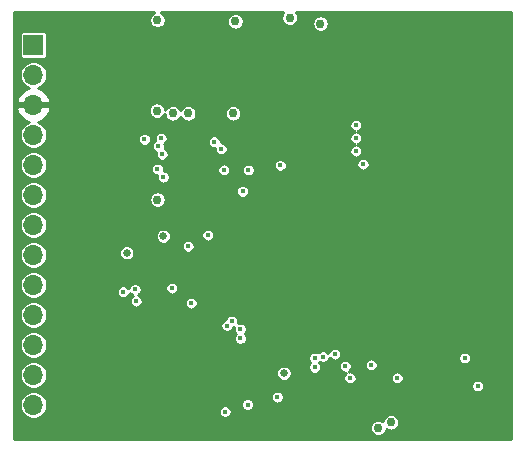
<source format=gbr>
%TF.GenerationSoftware,KiCad,Pcbnew,(5.1.6-0-10_14)*%
%TF.CreationDate,2020-07-19T12:14:56+02:00*%
%TF.ProjectId,driver-board,64726976-6572-42d6-926f-6172642e6b69,rev?*%
%TF.SameCoordinates,Original*%
%TF.FileFunction,Copper,L2,Inr*%
%TF.FilePolarity,Positive*%
%FSLAX46Y46*%
G04 Gerber Fmt 4.6, Leading zero omitted, Abs format (unit mm)*
G04 Created by KiCad (PCBNEW (5.1.6-0-10_14)) date 2020-07-19 12:14:56*
%MOMM*%
%LPD*%
G01*
G04 APERTURE LIST*
%TA.AperFunction,ViaPad*%
%ADD10R,1.700000X1.700000*%
%TD*%
%TA.AperFunction,ViaPad*%
%ADD11O,1.700000X1.700000*%
%TD*%
%TA.AperFunction,ViaPad*%
%ADD12C,0.750000*%
%TD*%
%TA.AperFunction,ViaPad*%
%ADD13C,0.450000*%
%TD*%
%TA.AperFunction,ViaPad*%
%ADD14C,0.650000*%
%TD*%
%TA.AperFunction,Conductor*%
%ADD15C,0.254000*%
%TD*%
G04 APERTURE END LIST*
D10*
%TO.N,+5V*%
%TO.C,J1*%
X112200000Y-51100000D03*
D11*
%TO.N,VCC*%
X112200000Y-53640000D03*
%TO.N,GND*%
X112200000Y-56180000D03*
%TO.N,SCK*%
X112200000Y-58720000D03*
%TO.N,SDI*%
X112200000Y-61260000D03*
%TO.N,SDO*%
X112200000Y-63800000D03*
%TO.N,CS1*%
X112200000Y-66340000D03*
%TO.N,CS2*%
X112200000Y-68880000D03*
%TO.N,DC*%
X112200000Y-71420000D03*
%TO.N,AUDIO*%
X112200000Y-73960000D03*
%TO.N,IRQ*%
X112200000Y-76500000D03*
%TO.N,FTRES*%
X112200000Y-79040000D03*
%TO.N,DISPRES*%
X112200000Y-81580000D03*
%TD*%
D12*
%TO.N,+3V0*%
X122650000Y-56675000D03*
D13*
X127500000Y-59300000D03*
X128100000Y-59900000D03*
D12*
X125300000Y-56900000D03*
X124000000Y-56900000D03*
D14*
X120100000Y-68700000D03*
X123200000Y-67300000D03*
D13*
X143000000Y-79285002D03*
D12*
X141400000Y-83525000D03*
X142475000Y-83050000D03*
D14*
X133400000Y-78900000D03*
D13*
X126975000Y-67200000D03*
X129716206Y-75958794D03*
X129716206Y-75158794D03*
D14*
%TO.N,GND*%
X122200000Y-77300000D03*
X121900000Y-71900000D03*
X120100000Y-70300000D03*
X119600000Y-67400000D03*
X125100000Y-67200000D03*
D13*
X117500000Y-57400000D03*
D12*
X117600000Y-50300000D03*
X117700000Y-53900000D03*
X124300000Y-50300000D03*
X124300000Y-53900000D03*
X124300000Y-55500000D03*
X117600000Y-55500000D03*
X130700000Y-53000000D03*
D14*
X128100000Y-58600000D03*
X139700000Y-83500000D03*
X138700000Y-81000000D03*
D13*
X149400000Y-52100000D03*
X142400000Y-52700000D03*
X149400000Y-53100000D03*
X130400001Y-70800000D03*
X133000000Y-68325128D03*
X133000000Y-73700000D03*
X135700000Y-70800000D03*
X140050010Y-71200000D03*
X142300000Y-56600000D03*
X148600000Y-79400000D03*
X148800000Y-62300000D03*
X148825000Y-60125000D03*
D12*
X139975000Y-49700000D03*
D14*
X122100000Y-80200000D03*
D12*
X139550000Y-48750000D03*
X138400000Y-49525000D03*
X138500000Y-56775000D03*
D14*
X130700000Y-55850000D03*
D13*
X135750000Y-58450000D03*
X143275000Y-58125000D03*
X148675000Y-58600000D03*
X148700000Y-57250000D03*
D14*
X129425000Y-79400000D03*
X126225000Y-78150000D03*
X125125000Y-77050000D03*
D12*
%TO.N,VCC*%
X122700000Y-64200000D03*
%TO.N,+5V*%
X122700000Y-49000000D03*
X129300000Y-49100000D03*
X133900000Y-48800000D03*
X136500000Y-49300000D03*
%TO.N,+3V3*%
X129100000Y-56900000D03*
D13*
X128573223Y-74873223D03*
X128973223Y-74473223D03*
%TO.N,DISPRES*%
X132850000Y-80925000D03*
X125550000Y-72959305D03*
%TO.N,AUDIO*%
X119800000Y-72000000D03*
X129900000Y-63500000D03*
%TO.N,DC_3V*%
X148700000Y-77600000D03*
X123200000Y-62300000D03*
X130324999Y-81550011D03*
%TO.N,CS2_3V*%
X149800000Y-80000000D03*
X122700000Y-61600000D03*
X128425522Y-82158135D03*
%TO.N,CS1_3V*%
X121600000Y-59100000D03*
X133100000Y-61300000D03*
%TO.N,DE*%
X140100000Y-61200000D03*
X136000000Y-78400000D03*
%TO.N,VSYNC*%
X139500000Y-57900000D03*
X136000000Y-77600000D03*
%TO.N,HSYNC*%
X139500000Y-59000000D03*
X136700000Y-77500000D03*
%TO.N,PCLK*%
X139500000Y-60100000D03*
X137701409Y-77276409D03*
%TO.N,FTRES*%
X120900000Y-72800000D03*
X123900000Y-71700000D03*
%TO.N,IRQ*%
X125300000Y-68150000D03*
X120800000Y-71800000D03*
%TO.N,SCK_3V*%
X123000000Y-59000000D03*
X138600000Y-78300000D03*
%TO.N,SDI_3V*%
X122773952Y-59675000D03*
X138999990Y-79300020D03*
%TO.N,SDO_3V*%
X123086084Y-60363916D03*
X140800000Y-78200000D03*
%TO.N,SDI_BUFFER*%
X130400000Y-61700000D03*
X128317730Y-61682270D03*
%TD*%
D15*
%TO.N,GND*%
G36*
X122367478Y-48377895D02*
G01*
X122252501Y-48454721D01*
X122154721Y-48552501D01*
X122077895Y-48667478D01*
X122024977Y-48795234D01*
X121998000Y-48930859D01*
X121998000Y-49069141D01*
X122024977Y-49204766D01*
X122077895Y-49332522D01*
X122154721Y-49447499D01*
X122252501Y-49545279D01*
X122367478Y-49622105D01*
X122495234Y-49675023D01*
X122630859Y-49702000D01*
X122769141Y-49702000D01*
X122904766Y-49675023D01*
X123032522Y-49622105D01*
X123147499Y-49545279D01*
X123245279Y-49447499D01*
X123322105Y-49332522D01*
X123375023Y-49204766D01*
X123402000Y-49069141D01*
X123402000Y-49030859D01*
X128598000Y-49030859D01*
X128598000Y-49169141D01*
X128624977Y-49304766D01*
X128677895Y-49432522D01*
X128754721Y-49547499D01*
X128852501Y-49645279D01*
X128967478Y-49722105D01*
X129095234Y-49775023D01*
X129230859Y-49802000D01*
X129369141Y-49802000D01*
X129504766Y-49775023D01*
X129632522Y-49722105D01*
X129747499Y-49645279D01*
X129845279Y-49547499D01*
X129922105Y-49432522D01*
X129975023Y-49304766D01*
X130002000Y-49169141D01*
X130002000Y-49030859D01*
X129975023Y-48895234D01*
X129922105Y-48767478D01*
X129845279Y-48652501D01*
X129747499Y-48554721D01*
X129632522Y-48477895D01*
X129504766Y-48424977D01*
X129369141Y-48398000D01*
X129230859Y-48398000D01*
X129095234Y-48424977D01*
X128967478Y-48477895D01*
X128852501Y-48554721D01*
X128754721Y-48652501D01*
X128677895Y-48767478D01*
X128624977Y-48895234D01*
X128598000Y-49030859D01*
X123402000Y-49030859D01*
X123402000Y-48930859D01*
X123375023Y-48795234D01*
X123322105Y-48667478D01*
X123245279Y-48552501D01*
X123147499Y-48454721D01*
X123032522Y-48377895D01*
X122970006Y-48352000D01*
X133355222Y-48352000D01*
X133354721Y-48352501D01*
X133277895Y-48467478D01*
X133224977Y-48595234D01*
X133198000Y-48730859D01*
X133198000Y-48869141D01*
X133224977Y-49004766D01*
X133277895Y-49132522D01*
X133354721Y-49247499D01*
X133452501Y-49345279D01*
X133567478Y-49422105D01*
X133695234Y-49475023D01*
X133830859Y-49502000D01*
X133969141Y-49502000D01*
X134104766Y-49475023D01*
X134232522Y-49422105D01*
X134347499Y-49345279D01*
X134445279Y-49247499D01*
X134456397Y-49230859D01*
X135798000Y-49230859D01*
X135798000Y-49369141D01*
X135824977Y-49504766D01*
X135877895Y-49632522D01*
X135954721Y-49747499D01*
X136052501Y-49845279D01*
X136167478Y-49922105D01*
X136295234Y-49975023D01*
X136430859Y-50002000D01*
X136569141Y-50002000D01*
X136704766Y-49975023D01*
X136832522Y-49922105D01*
X136947499Y-49845279D01*
X137045279Y-49747499D01*
X137122105Y-49632522D01*
X137175023Y-49504766D01*
X137202000Y-49369141D01*
X137202000Y-49230859D01*
X137175023Y-49095234D01*
X137122105Y-48967478D01*
X137045279Y-48852501D01*
X136947499Y-48754721D01*
X136832522Y-48677895D01*
X136704766Y-48624977D01*
X136569141Y-48598000D01*
X136430859Y-48598000D01*
X136295234Y-48624977D01*
X136167478Y-48677895D01*
X136052501Y-48754721D01*
X135954721Y-48852501D01*
X135877895Y-48967478D01*
X135824977Y-49095234D01*
X135798000Y-49230859D01*
X134456397Y-49230859D01*
X134522105Y-49132522D01*
X134575023Y-49004766D01*
X134602000Y-48869141D01*
X134602000Y-48730859D01*
X134575023Y-48595234D01*
X134522105Y-48467478D01*
X134445279Y-48352501D01*
X134444778Y-48352000D01*
X152623001Y-48352000D01*
X152623000Y-84448000D01*
X110552000Y-84448000D01*
X110552000Y-83455859D01*
X140698000Y-83455859D01*
X140698000Y-83594141D01*
X140724977Y-83729766D01*
X140777895Y-83857522D01*
X140854721Y-83972499D01*
X140952501Y-84070279D01*
X141067478Y-84147105D01*
X141195234Y-84200023D01*
X141330859Y-84227000D01*
X141469141Y-84227000D01*
X141604766Y-84200023D01*
X141732522Y-84147105D01*
X141847499Y-84070279D01*
X141945279Y-83972499D01*
X142022105Y-83857522D01*
X142075023Y-83729766D01*
X142093060Y-83639085D01*
X142142478Y-83672105D01*
X142270234Y-83725023D01*
X142405859Y-83752000D01*
X142544141Y-83752000D01*
X142679766Y-83725023D01*
X142807522Y-83672105D01*
X142922499Y-83595279D01*
X143020279Y-83497499D01*
X143097105Y-83382522D01*
X143150023Y-83254766D01*
X143177000Y-83119141D01*
X143177000Y-82980859D01*
X143150023Y-82845234D01*
X143097105Y-82717478D01*
X143020279Y-82602501D01*
X142922499Y-82504721D01*
X142807522Y-82427895D01*
X142679766Y-82374977D01*
X142544141Y-82348000D01*
X142405859Y-82348000D01*
X142270234Y-82374977D01*
X142142478Y-82427895D01*
X142027501Y-82504721D01*
X141929721Y-82602501D01*
X141852895Y-82717478D01*
X141799977Y-82845234D01*
X141781940Y-82935915D01*
X141732522Y-82902895D01*
X141604766Y-82849977D01*
X141469141Y-82823000D01*
X141330859Y-82823000D01*
X141195234Y-82849977D01*
X141067478Y-82902895D01*
X140952501Y-82979721D01*
X140854721Y-83077501D01*
X140777895Y-83192478D01*
X140724977Y-83320234D01*
X140698000Y-83455859D01*
X110552000Y-83455859D01*
X110552000Y-81464076D01*
X111023000Y-81464076D01*
X111023000Y-81695924D01*
X111068231Y-81923318D01*
X111156956Y-82137519D01*
X111285764Y-82330294D01*
X111449706Y-82494236D01*
X111642481Y-82623044D01*
X111856682Y-82711769D01*
X112084076Y-82757000D01*
X112315924Y-82757000D01*
X112543318Y-82711769D01*
X112757519Y-82623044D01*
X112950294Y-82494236D01*
X113114236Y-82330294D01*
X113243044Y-82137519D01*
X113257024Y-82103768D01*
X127873522Y-82103768D01*
X127873522Y-82212502D01*
X127894735Y-82319147D01*
X127936346Y-82419605D01*
X127996756Y-82510015D01*
X128073642Y-82586901D01*
X128164052Y-82647311D01*
X128264510Y-82688922D01*
X128371155Y-82710135D01*
X128479889Y-82710135D01*
X128586534Y-82688922D01*
X128686992Y-82647311D01*
X128777402Y-82586901D01*
X128854288Y-82510015D01*
X128914698Y-82419605D01*
X128956309Y-82319147D01*
X128977522Y-82212502D01*
X128977522Y-82103768D01*
X128956309Y-81997123D01*
X128914698Y-81896665D01*
X128854288Y-81806255D01*
X128777402Y-81729369D01*
X128686992Y-81668959D01*
X128586534Y-81627348D01*
X128479889Y-81606135D01*
X128371155Y-81606135D01*
X128264510Y-81627348D01*
X128164052Y-81668959D01*
X128073642Y-81729369D01*
X127996756Y-81806255D01*
X127936346Y-81896665D01*
X127894735Y-81997123D01*
X127873522Y-82103768D01*
X113257024Y-82103768D01*
X113331769Y-81923318D01*
X113377000Y-81695924D01*
X113377000Y-81495644D01*
X129772999Y-81495644D01*
X129772999Y-81604378D01*
X129794212Y-81711023D01*
X129835823Y-81811481D01*
X129896233Y-81901891D01*
X129973119Y-81978777D01*
X130063529Y-82039187D01*
X130163987Y-82080798D01*
X130270632Y-82102011D01*
X130379366Y-82102011D01*
X130486011Y-82080798D01*
X130586469Y-82039187D01*
X130676879Y-81978777D01*
X130753765Y-81901891D01*
X130814175Y-81811481D01*
X130855786Y-81711023D01*
X130876999Y-81604378D01*
X130876999Y-81495644D01*
X130855786Y-81388999D01*
X130814175Y-81288541D01*
X130753765Y-81198131D01*
X130676879Y-81121245D01*
X130586469Y-81060835D01*
X130486011Y-81019224D01*
X130379366Y-80998011D01*
X130270632Y-80998011D01*
X130163987Y-81019224D01*
X130063529Y-81060835D01*
X129973119Y-81121245D01*
X129896233Y-81198131D01*
X129835823Y-81288541D01*
X129794212Y-81388999D01*
X129772999Y-81495644D01*
X113377000Y-81495644D01*
X113377000Y-81464076D01*
X113331769Y-81236682D01*
X113243044Y-81022481D01*
X113141583Y-80870633D01*
X132298000Y-80870633D01*
X132298000Y-80979367D01*
X132319213Y-81086012D01*
X132360824Y-81186470D01*
X132421234Y-81276880D01*
X132498120Y-81353766D01*
X132588530Y-81414176D01*
X132688988Y-81455787D01*
X132795633Y-81477000D01*
X132904367Y-81477000D01*
X133011012Y-81455787D01*
X133111470Y-81414176D01*
X133201880Y-81353766D01*
X133278766Y-81276880D01*
X133339176Y-81186470D01*
X133380787Y-81086012D01*
X133402000Y-80979367D01*
X133402000Y-80870633D01*
X133380787Y-80763988D01*
X133339176Y-80663530D01*
X133278766Y-80573120D01*
X133201880Y-80496234D01*
X133111470Y-80435824D01*
X133011012Y-80394213D01*
X132904367Y-80373000D01*
X132795633Y-80373000D01*
X132688988Y-80394213D01*
X132588530Y-80435824D01*
X132498120Y-80496234D01*
X132421234Y-80573120D01*
X132360824Y-80663530D01*
X132319213Y-80763988D01*
X132298000Y-80870633D01*
X113141583Y-80870633D01*
X113114236Y-80829706D01*
X112950294Y-80665764D01*
X112757519Y-80536956D01*
X112543318Y-80448231D01*
X112315924Y-80403000D01*
X112084076Y-80403000D01*
X111856682Y-80448231D01*
X111642481Y-80536956D01*
X111449706Y-80665764D01*
X111285764Y-80829706D01*
X111156956Y-81022481D01*
X111068231Y-81236682D01*
X111023000Y-81464076D01*
X110552000Y-81464076D01*
X110552000Y-78924076D01*
X111023000Y-78924076D01*
X111023000Y-79155924D01*
X111068231Y-79383318D01*
X111156956Y-79597519D01*
X111285764Y-79790294D01*
X111449706Y-79954236D01*
X111642481Y-80083044D01*
X111856682Y-80171769D01*
X112084076Y-80217000D01*
X112315924Y-80217000D01*
X112543318Y-80171769D01*
X112757519Y-80083044D01*
X112950294Y-79954236D01*
X112958897Y-79945633D01*
X149248000Y-79945633D01*
X149248000Y-80054367D01*
X149269213Y-80161012D01*
X149310824Y-80261470D01*
X149371234Y-80351880D01*
X149448120Y-80428766D01*
X149538530Y-80489176D01*
X149638988Y-80530787D01*
X149745633Y-80552000D01*
X149854367Y-80552000D01*
X149961012Y-80530787D01*
X150061470Y-80489176D01*
X150151880Y-80428766D01*
X150228766Y-80351880D01*
X150289176Y-80261470D01*
X150330787Y-80161012D01*
X150352000Y-80054367D01*
X150352000Y-79945633D01*
X150330787Y-79838988D01*
X150289176Y-79738530D01*
X150228766Y-79648120D01*
X150151880Y-79571234D01*
X150061470Y-79510824D01*
X149961012Y-79469213D01*
X149854367Y-79448000D01*
X149745633Y-79448000D01*
X149638988Y-79469213D01*
X149538530Y-79510824D01*
X149448120Y-79571234D01*
X149371234Y-79648120D01*
X149310824Y-79738530D01*
X149269213Y-79838988D01*
X149248000Y-79945633D01*
X112958897Y-79945633D01*
X113114236Y-79790294D01*
X113243044Y-79597519D01*
X113331769Y-79383318D01*
X113377000Y-79155924D01*
X113377000Y-78924076D01*
X113359438Y-78835784D01*
X132748000Y-78835784D01*
X132748000Y-78964216D01*
X132773056Y-79090181D01*
X132822205Y-79208838D01*
X132893558Y-79315626D01*
X132984374Y-79406442D01*
X133091162Y-79477795D01*
X133209819Y-79526944D01*
X133335784Y-79552000D01*
X133464216Y-79552000D01*
X133590181Y-79526944D01*
X133708838Y-79477795D01*
X133815626Y-79406442D01*
X133906442Y-79315626D01*
X133977795Y-79208838D01*
X134026944Y-79090181D01*
X134052000Y-78964216D01*
X134052000Y-78835784D01*
X134026944Y-78709819D01*
X133977795Y-78591162D01*
X133906442Y-78484374D01*
X133815626Y-78393558D01*
X133708838Y-78322205D01*
X133590181Y-78273056D01*
X133464216Y-78248000D01*
X133335784Y-78248000D01*
X133209819Y-78273056D01*
X133091162Y-78322205D01*
X132984374Y-78393558D01*
X132893558Y-78484374D01*
X132822205Y-78591162D01*
X132773056Y-78709819D01*
X132748000Y-78835784D01*
X113359438Y-78835784D01*
X113331769Y-78696682D01*
X113243044Y-78482481D01*
X113114236Y-78289706D01*
X112950294Y-78125764D01*
X112757519Y-77996956D01*
X112543318Y-77908231D01*
X112315924Y-77863000D01*
X112084076Y-77863000D01*
X111856682Y-77908231D01*
X111642481Y-77996956D01*
X111449706Y-78125764D01*
X111285764Y-78289706D01*
X111156956Y-78482481D01*
X111068231Y-78696682D01*
X111023000Y-78924076D01*
X110552000Y-78924076D01*
X110552000Y-76384076D01*
X111023000Y-76384076D01*
X111023000Y-76615924D01*
X111068231Y-76843318D01*
X111156956Y-77057519D01*
X111285764Y-77250294D01*
X111449706Y-77414236D01*
X111642481Y-77543044D01*
X111856682Y-77631769D01*
X112084076Y-77677000D01*
X112315924Y-77677000D01*
X112543318Y-77631769D01*
X112751268Y-77545633D01*
X135448000Y-77545633D01*
X135448000Y-77654367D01*
X135469213Y-77761012D01*
X135510824Y-77861470D01*
X135571234Y-77951880D01*
X135619354Y-78000000D01*
X135571234Y-78048120D01*
X135510824Y-78138530D01*
X135469213Y-78238988D01*
X135448000Y-78345633D01*
X135448000Y-78454367D01*
X135469213Y-78561012D01*
X135510824Y-78661470D01*
X135571234Y-78751880D01*
X135648120Y-78828766D01*
X135738530Y-78889176D01*
X135838988Y-78930787D01*
X135945633Y-78952000D01*
X136054367Y-78952000D01*
X136161012Y-78930787D01*
X136261470Y-78889176D01*
X136351880Y-78828766D01*
X136428766Y-78751880D01*
X136489176Y-78661470D01*
X136530787Y-78561012D01*
X136552000Y-78454367D01*
X136552000Y-78345633D01*
X136532109Y-78245633D01*
X138048000Y-78245633D01*
X138048000Y-78354367D01*
X138069213Y-78461012D01*
X138110824Y-78561470D01*
X138171234Y-78651880D01*
X138248120Y-78728766D01*
X138338530Y-78789176D01*
X138438988Y-78830787D01*
X138545633Y-78852000D01*
X138654367Y-78852000D01*
X138686488Y-78845611D01*
X138648110Y-78871254D01*
X138571224Y-78948140D01*
X138510814Y-79038550D01*
X138469203Y-79139008D01*
X138447990Y-79245653D01*
X138447990Y-79354387D01*
X138469203Y-79461032D01*
X138510814Y-79561490D01*
X138571224Y-79651900D01*
X138648110Y-79728786D01*
X138738520Y-79789196D01*
X138838978Y-79830807D01*
X138945623Y-79852020D01*
X139054357Y-79852020D01*
X139161002Y-79830807D01*
X139261460Y-79789196D01*
X139351870Y-79728786D01*
X139428756Y-79651900D01*
X139489166Y-79561490D01*
X139530777Y-79461032D01*
X139551990Y-79354387D01*
X139551990Y-79245653D01*
X139549003Y-79230635D01*
X142448000Y-79230635D01*
X142448000Y-79339369D01*
X142469213Y-79446014D01*
X142510824Y-79546472D01*
X142571234Y-79636882D01*
X142648120Y-79713768D01*
X142738530Y-79774178D01*
X142838988Y-79815789D01*
X142945633Y-79837002D01*
X143054367Y-79837002D01*
X143161012Y-79815789D01*
X143261470Y-79774178D01*
X143351880Y-79713768D01*
X143428766Y-79636882D01*
X143489176Y-79546472D01*
X143530787Y-79446014D01*
X143552000Y-79339369D01*
X143552000Y-79230635D01*
X143530787Y-79123990D01*
X143489176Y-79023532D01*
X143428766Y-78933122D01*
X143351880Y-78856236D01*
X143261470Y-78795826D01*
X143161012Y-78754215D01*
X143054367Y-78733002D01*
X142945633Y-78733002D01*
X142838988Y-78754215D01*
X142738530Y-78795826D01*
X142648120Y-78856236D01*
X142571234Y-78933122D01*
X142510824Y-79023532D01*
X142469213Y-79123990D01*
X142448000Y-79230635D01*
X139549003Y-79230635D01*
X139530777Y-79139008D01*
X139489166Y-79038550D01*
X139428756Y-78948140D01*
X139351870Y-78871254D01*
X139261460Y-78810844D01*
X139161002Y-78769233D01*
X139054357Y-78748020D01*
X138945623Y-78748020D01*
X138913502Y-78754409D01*
X138951880Y-78728766D01*
X139028766Y-78651880D01*
X139089176Y-78561470D01*
X139130787Y-78461012D01*
X139152000Y-78354367D01*
X139152000Y-78245633D01*
X139132109Y-78145633D01*
X140248000Y-78145633D01*
X140248000Y-78254367D01*
X140269213Y-78361012D01*
X140310824Y-78461470D01*
X140371234Y-78551880D01*
X140448120Y-78628766D01*
X140538530Y-78689176D01*
X140638988Y-78730787D01*
X140745633Y-78752000D01*
X140854367Y-78752000D01*
X140961012Y-78730787D01*
X141061470Y-78689176D01*
X141151880Y-78628766D01*
X141228766Y-78551880D01*
X141289176Y-78461470D01*
X141330787Y-78361012D01*
X141352000Y-78254367D01*
X141352000Y-78145633D01*
X141330787Y-78038988D01*
X141289176Y-77938530D01*
X141228766Y-77848120D01*
X141151880Y-77771234D01*
X141061470Y-77710824D01*
X140961012Y-77669213D01*
X140854367Y-77648000D01*
X140745633Y-77648000D01*
X140638988Y-77669213D01*
X140538530Y-77710824D01*
X140448120Y-77771234D01*
X140371234Y-77848120D01*
X140310824Y-77938530D01*
X140269213Y-78038988D01*
X140248000Y-78145633D01*
X139132109Y-78145633D01*
X139130787Y-78138988D01*
X139089176Y-78038530D01*
X139028766Y-77948120D01*
X138951880Y-77871234D01*
X138861470Y-77810824D01*
X138761012Y-77769213D01*
X138654367Y-77748000D01*
X138545633Y-77748000D01*
X138438988Y-77769213D01*
X138338530Y-77810824D01*
X138248120Y-77871234D01*
X138171234Y-77948120D01*
X138110824Y-78038530D01*
X138069213Y-78138988D01*
X138048000Y-78245633D01*
X136532109Y-78245633D01*
X136530787Y-78238988D01*
X136489176Y-78138530D01*
X136428766Y-78048120D01*
X136380646Y-78000000D01*
X136410320Y-77970326D01*
X136438530Y-77989176D01*
X136538988Y-78030787D01*
X136645633Y-78052000D01*
X136754367Y-78052000D01*
X136861012Y-78030787D01*
X136961470Y-77989176D01*
X137051880Y-77928766D01*
X137128766Y-77851880D01*
X137189176Y-77761470D01*
X137230787Y-77661012D01*
X137245405Y-77587524D01*
X137272643Y-77628289D01*
X137349529Y-77705175D01*
X137439939Y-77765585D01*
X137540397Y-77807196D01*
X137647042Y-77828409D01*
X137755776Y-77828409D01*
X137862421Y-77807196D01*
X137962879Y-77765585D01*
X138053289Y-77705175D01*
X138130175Y-77628289D01*
X138185403Y-77545633D01*
X148148000Y-77545633D01*
X148148000Y-77654367D01*
X148169213Y-77761012D01*
X148210824Y-77861470D01*
X148271234Y-77951880D01*
X148348120Y-78028766D01*
X148438530Y-78089176D01*
X148538988Y-78130787D01*
X148645633Y-78152000D01*
X148754367Y-78152000D01*
X148861012Y-78130787D01*
X148961470Y-78089176D01*
X149051880Y-78028766D01*
X149128766Y-77951880D01*
X149189176Y-77861470D01*
X149230787Y-77761012D01*
X149252000Y-77654367D01*
X149252000Y-77545633D01*
X149230787Y-77438988D01*
X149189176Y-77338530D01*
X149128766Y-77248120D01*
X149051880Y-77171234D01*
X148961470Y-77110824D01*
X148861012Y-77069213D01*
X148754367Y-77048000D01*
X148645633Y-77048000D01*
X148538988Y-77069213D01*
X148438530Y-77110824D01*
X148348120Y-77171234D01*
X148271234Y-77248120D01*
X148210824Y-77338530D01*
X148169213Y-77438988D01*
X148148000Y-77545633D01*
X138185403Y-77545633D01*
X138190585Y-77537879D01*
X138232196Y-77437421D01*
X138253409Y-77330776D01*
X138253409Y-77222042D01*
X138232196Y-77115397D01*
X138190585Y-77014939D01*
X138130175Y-76924529D01*
X138053289Y-76847643D01*
X137962879Y-76787233D01*
X137862421Y-76745622D01*
X137755776Y-76724409D01*
X137647042Y-76724409D01*
X137540397Y-76745622D01*
X137439939Y-76787233D01*
X137349529Y-76847643D01*
X137272643Y-76924529D01*
X137212233Y-77014939D01*
X137170622Y-77115397D01*
X137156004Y-77188885D01*
X137128766Y-77148120D01*
X137051880Y-77071234D01*
X136961470Y-77010824D01*
X136861012Y-76969213D01*
X136754367Y-76948000D01*
X136645633Y-76948000D01*
X136538988Y-76969213D01*
X136438530Y-77010824D01*
X136348120Y-77071234D01*
X136289680Y-77129674D01*
X136261470Y-77110824D01*
X136161012Y-77069213D01*
X136054367Y-77048000D01*
X135945633Y-77048000D01*
X135838988Y-77069213D01*
X135738530Y-77110824D01*
X135648120Y-77171234D01*
X135571234Y-77248120D01*
X135510824Y-77338530D01*
X135469213Y-77438988D01*
X135448000Y-77545633D01*
X112751268Y-77545633D01*
X112757519Y-77543044D01*
X112950294Y-77414236D01*
X113114236Y-77250294D01*
X113243044Y-77057519D01*
X113331769Y-76843318D01*
X113377000Y-76615924D01*
X113377000Y-76384076D01*
X113331769Y-76156682D01*
X113243044Y-75942481D01*
X113114236Y-75749706D01*
X112950294Y-75585764D01*
X112757519Y-75456956D01*
X112543318Y-75368231D01*
X112315924Y-75323000D01*
X112084076Y-75323000D01*
X111856682Y-75368231D01*
X111642481Y-75456956D01*
X111449706Y-75585764D01*
X111285764Y-75749706D01*
X111156956Y-75942481D01*
X111068231Y-76156682D01*
X111023000Y-76384076D01*
X110552000Y-76384076D01*
X110552000Y-73844076D01*
X111023000Y-73844076D01*
X111023000Y-74075924D01*
X111068231Y-74303318D01*
X111156956Y-74517519D01*
X111285764Y-74710294D01*
X111449706Y-74874236D01*
X111642481Y-75003044D01*
X111856682Y-75091769D01*
X112084076Y-75137000D01*
X112315924Y-75137000D01*
X112543318Y-75091769D01*
X112757519Y-75003044D01*
X112950294Y-74874236D01*
X113005674Y-74818856D01*
X128021223Y-74818856D01*
X128021223Y-74927590D01*
X128042436Y-75034235D01*
X128084047Y-75134693D01*
X128144457Y-75225103D01*
X128221343Y-75301989D01*
X128311753Y-75362399D01*
X128412211Y-75404010D01*
X128518856Y-75425223D01*
X128627590Y-75425223D01*
X128734235Y-75404010D01*
X128834693Y-75362399D01*
X128925103Y-75301989D01*
X129001989Y-75225103D01*
X129062399Y-75134693D01*
X129104010Y-75034235D01*
X129109025Y-75009025D01*
X129134235Y-75004010D01*
X129192906Y-74979708D01*
X129185419Y-74997782D01*
X129164206Y-75104427D01*
X129164206Y-75213161D01*
X129185419Y-75319806D01*
X129227030Y-75420264D01*
X129287440Y-75510674D01*
X129335560Y-75558794D01*
X129287440Y-75606914D01*
X129227030Y-75697324D01*
X129185419Y-75797782D01*
X129164206Y-75904427D01*
X129164206Y-76013161D01*
X129185419Y-76119806D01*
X129227030Y-76220264D01*
X129287440Y-76310674D01*
X129364326Y-76387560D01*
X129454736Y-76447970D01*
X129555194Y-76489581D01*
X129661839Y-76510794D01*
X129770573Y-76510794D01*
X129877218Y-76489581D01*
X129977676Y-76447970D01*
X130068086Y-76387560D01*
X130144972Y-76310674D01*
X130205382Y-76220264D01*
X130246993Y-76119806D01*
X130268206Y-76013161D01*
X130268206Y-75904427D01*
X130246993Y-75797782D01*
X130205382Y-75697324D01*
X130144972Y-75606914D01*
X130096852Y-75558794D01*
X130144972Y-75510674D01*
X130205382Y-75420264D01*
X130246993Y-75319806D01*
X130268206Y-75213161D01*
X130268206Y-75104427D01*
X130246993Y-74997782D01*
X130205382Y-74897324D01*
X130144972Y-74806914D01*
X130068086Y-74730028D01*
X129977676Y-74669618D01*
X129877218Y-74628007D01*
X129770573Y-74606794D01*
X129661839Y-74606794D01*
X129555194Y-74628007D01*
X129496523Y-74652309D01*
X129504010Y-74634235D01*
X129525223Y-74527590D01*
X129525223Y-74418856D01*
X129504010Y-74312211D01*
X129462399Y-74211753D01*
X129401989Y-74121343D01*
X129325103Y-74044457D01*
X129234693Y-73984047D01*
X129134235Y-73942436D01*
X129027590Y-73921223D01*
X128918856Y-73921223D01*
X128812211Y-73942436D01*
X128711753Y-73984047D01*
X128621343Y-74044457D01*
X128544457Y-74121343D01*
X128484047Y-74211753D01*
X128442436Y-74312211D01*
X128437421Y-74337421D01*
X128412211Y-74342436D01*
X128311753Y-74384047D01*
X128221343Y-74444457D01*
X128144457Y-74521343D01*
X128084047Y-74611753D01*
X128042436Y-74712211D01*
X128021223Y-74818856D01*
X113005674Y-74818856D01*
X113114236Y-74710294D01*
X113243044Y-74517519D01*
X113331769Y-74303318D01*
X113377000Y-74075924D01*
X113377000Y-73844076D01*
X113331769Y-73616682D01*
X113243044Y-73402481D01*
X113114236Y-73209706D01*
X112950294Y-73045764D01*
X112757519Y-72916956D01*
X112543318Y-72828231D01*
X112315924Y-72783000D01*
X112084076Y-72783000D01*
X111856682Y-72828231D01*
X111642481Y-72916956D01*
X111449706Y-73045764D01*
X111285764Y-73209706D01*
X111156956Y-73402481D01*
X111068231Y-73616682D01*
X111023000Y-73844076D01*
X110552000Y-73844076D01*
X110552000Y-71304076D01*
X111023000Y-71304076D01*
X111023000Y-71535924D01*
X111068231Y-71763318D01*
X111156956Y-71977519D01*
X111285764Y-72170294D01*
X111449706Y-72334236D01*
X111642481Y-72463044D01*
X111856682Y-72551769D01*
X112084076Y-72597000D01*
X112315924Y-72597000D01*
X112543318Y-72551769D01*
X112757519Y-72463044D01*
X112950294Y-72334236D01*
X113114236Y-72170294D01*
X113243044Y-71977519D01*
X113256251Y-71945633D01*
X119248000Y-71945633D01*
X119248000Y-72054367D01*
X119269213Y-72161012D01*
X119310824Y-72261470D01*
X119371234Y-72351880D01*
X119448120Y-72428766D01*
X119538530Y-72489176D01*
X119638988Y-72530787D01*
X119745633Y-72552000D01*
X119854367Y-72552000D01*
X119961012Y-72530787D01*
X120061470Y-72489176D01*
X120151880Y-72428766D01*
X120228766Y-72351880D01*
X120289176Y-72261470D01*
X120330787Y-72161012D01*
X120341465Y-72107328D01*
X120371234Y-72151880D01*
X120448120Y-72228766D01*
X120538530Y-72289176D01*
X120620262Y-72323030D01*
X120548120Y-72371234D01*
X120471234Y-72448120D01*
X120410824Y-72538530D01*
X120369213Y-72638988D01*
X120348000Y-72745633D01*
X120348000Y-72854367D01*
X120369213Y-72961012D01*
X120410824Y-73061470D01*
X120471234Y-73151880D01*
X120548120Y-73228766D01*
X120638530Y-73289176D01*
X120738988Y-73330787D01*
X120845633Y-73352000D01*
X120954367Y-73352000D01*
X121061012Y-73330787D01*
X121161470Y-73289176D01*
X121251880Y-73228766D01*
X121328766Y-73151880D01*
X121389176Y-73061470D01*
X121430787Y-72961012D01*
X121441940Y-72904938D01*
X124998000Y-72904938D01*
X124998000Y-73013672D01*
X125019213Y-73120317D01*
X125060824Y-73220775D01*
X125121234Y-73311185D01*
X125198120Y-73388071D01*
X125288530Y-73448481D01*
X125388988Y-73490092D01*
X125495633Y-73511305D01*
X125604367Y-73511305D01*
X125711012Y-73490092D01*
X125811470Y-73448481D01*
X125901880Y-73388071D01*
X125978766Y-73311185D01*
X126039176Y-73220775D01*
X126080787Y-73120317D01*
X126102000Y-73013672D01*
X126102000Y-72904938D01*
X126080787Y-72798293D01*
X126039176Y-72697835D01*
X125978766Y-72607425D01*
X125901880Y-72530539D01*
X125811470Y-72470129D01*
X125711012Y-72428518D01*
X125604367Y-72407305D01*
X125495633Y-72407305D01*
X125388988Y-72428518D01*
X125288530Y-72470129D01*
X125198120Y-72530539D01*
X125121234Y-72607425D01*
X125060824Y-72697835D01*
X125019213Y-72798293D01*
X124998000Y-72904938D01*
X121441940Y-72904938D01*
X121452000Y-72854367D01*
X121452000Y-72745633D01*
X121430787Y-72638988D01*
X121389176Y-72538530D01*
X121328766Y-72448120D01*
X121251880Y-72371234D01*
X121161470Y-72310824D01*
X121079738Y-72276970D01*
X121151880Y-72228766D01*
X121228766Y-72151880D01*
X121289176Y-72061470D01*
X121330787Y-71961012D01*
X121352000Y-71854367D01*
X121352000Y-71745633D01*
X121332109Y-71645633D01*
X123348000Y-71645633D01*
X123348000Y-71754367D01*
X123369213Y-71861012D01*
X123410824Y-71961470D01*
X123471234Y-72051880D01*
X123548120Y-72128766D01*
X123638530Y-72189176D01*
X123738988Y-72230787D01*
X123845633Y-72252000D01*
X123954367Y-72252000D01*
X124061012Y-72230787D01*
X124161470Y-72189176D01*
X124251880Y-72128766D01*
X124328766Y-72051880D01*
X124389176Y-71961470D01*
X124430787Y-71861012D01*
X124452000Y-71754367D01*
X124452000Y-71645633D01*
X124430787Y-71538988D01*
X124389176Y-71438530D01*
X124328766Y-71348120D01*
X124251880Y-71271234D01*
X124161470Y-71210824D01*
X124061012Y-71169213D01*
X123954367Y-71148000D01*
X123845633Y-71148000D01*
X123738988Y-71169213D01*
X123638530Y-71210824D01*
X123548120Y-71271234D01*
X123471234Y-71348120D01*
X123410824Y-71438530D01*
X123369213Y-71538988D01*
X123348000Y-71645633D01*
X121332109Y-71645633D01*
X121330787Y-71638988D01*
X121289176Y-71538530D01*
X121228766Y-71448120D01*
X121151880Y-71371234D01*
X121061470Y-71310824D01*
X120961012Y-71269213D01*
X120854367Y-71248000D01*
X120745633Y-71248000D01*
X120638988Y-71269213D01*
X120538530Y-71310824D01*
X120448120Y-71371234D01*
X120371234Y-71448120D01*
X120310824Y-71538530D01*
X120269213Y-71638988D01*
X120258535Y-71692672D01*
X120228766Y-71648120D01*
X120151880Y-71571234D01*
X120061470Y-71510824D01*
X119961012Y-71469213D01*
X119854367Y-71448000D01*
X119745633Y-71448000D01*
X119638988Y-71469213D01*
X119538530Y-71510824D01*
X119448120Y-71571234D01*
X119371234Y-71648120D01*
X119310824Y-71738530D01*
X119269213Y-71838988D01*
X119248000Y-71945633D01*
X113256251Y-71945633D01*
X113331769Y-71763318D01*
X113377000Y-71535924D01*
X113377000Y-71304076D01*
X113331769Y-71076682D01*
X113243044Y-70862481D01*
X113114236Y-70669706D01*
X112950294Y-70505764D01*
X112757519Y-70376956D01*
X112543318Y-70288231D01*
X112315924Y-70243000D01*
X112084076Y-70243000D01*
X111856682Y-70288231D01*
X111642481Y-70376956D01*
X111449706Y-70505764D01*
X111285764Y-70669706D01*
X111156956Y-70862481D01*
X111068231Y-71076682D01*
X111023000Y-71304076D01*
X110552000Y-71304076D01*
X110552000Y-68764076D01*
X111023000Y-68764076D01*
X111023000Y-68995924D01*
X111068231Y-69223318D01*
X111156956Y-69437519D01*
X111285764Y-69630294D01*
X111449706Y-69794236D01*
X111642481Y-69923044D01*
X111856682Y-70011769D01*
X112084076Y-70057000D01*
X112315924Y-70057000D01*
X112543318Y-70011769D01*
X112757519Y-69923044D01*
X112950294Y-69794236D01*
X113114236Y-69630294D01*
X113243044Y-69437519D01*
X113331769Y-69223318D01*
X113377000Y-68995924D01*
X113377000Y-68764076D01*
X113351482Y-68635784D01*
X119448000Y-68635784D01*
X119448000Y-68764216D01*
X119473056Y-68890181D01*
X119522205Y-69008838D01*
X119593558Y-69115626D01*
X119684374Y-69206442D01*
X119791162Y-69277795D01*
X119909819Y-69326944D01*
X120035784Y-69352000D01*
X120164216Y-69352000D01*
X120290181Y-69326944D01*
X120408838Y-69277795D01*
X120515626Y-69206442D01*
X120606442Y-69115626D01*
X120677795Y-69008838D01*
X120726944Y-68890181D01*
X120752000Y-68764216D01*
X120752000Y-68635784D01*
X120726944Y-68509819D01*
X120677795Y-68391162D01*
X120606442Y-68284374D01*
X120515626Y-68193558D01*
X120408838Y-68122205D01*
X120344688Y-68095633D01*
X124748000Y-68095633D01*
X124748000Y-68204367D01*
X124769213Y-68311012D01*
X124810824Y-68411470D01*
X124871234Y-68501880D01*
X124948120Y-68578766D01*
X125038530Y-68639176D01*
X125138988Y-68680787D01*
X125245633Y-68702000D01*
X125354367Y-68702000D01*
X125461012Y-68680787D01*
X125561470Y-68639176D01*
X125651880Y-68578766D01*
X125728766Y-68501880D01*
X125789176Y-68411470D01*
X125830787Y-68311012D01*
X125852000Y-68204367D01*
X125852000Y-68095633D01*
X125830787Y-67988988D01*
X125789176Y-67888530D01*
X125728766Y-67798120D01*
X125651880Y-67721234D01*
X125561470Y-67660824D01*
X125461012Y-67619213D01*
X125354367Y-67598000D01*
X125245633Y-67598000D01*
X125138988Y-67619213D01*
X125038530Y-67660824D01*
X124948120Y-67721234D01*
X124871234Y-67798120D01*
X124810824Y-67888530D01*
X124769213Y-67988988D01*
X124748000Y-68095633D01*
X120344688Y-68095633D01*
X120290181Y-68073056D01*
X120164216Y-68048000D01*
X120035784Y-68048000D01*
X119909819Y-68073056D01*
X119791162Y-68122205D01*
X119684374Y-68193558D01*
X119593558Y-68284374D01*
X119522205Y-68391162D01*
X119473056Y-68509819D01*
X119448000Y-68635784D01*
X113351482Y-68635784D01*
X113331769Y-68536682D01*
X113243044Y-68322481D01*
X113114236Y-68129706D01*
X112950294Y-67965764D01*
X112757519Y-67836956D01*
X112543318Y-67748231D01*
X112315924Y-67703000D01*
X112084076Y-67703000D01*
X111856682Y-67748231D01*
X111642481Y-67836956D01*
X111449706Y-67965764D01*
X111285764Y-68129706D01*
X111156956Y-68322481D01*
X111068231Y-68536682D01*
X111023000Y-68764076D01*
X110552000Y-68764076D01*
X110552000Y-66224076D01*
X111023000Y-66224076D01*
X111023000Y-66455924D01*
X111068231Y-66683318D01*
X111156956Y-66897519D01*
X111285764Y-67090294D01*
X111449706Y-67254236D01*
X111642481Y-67383044D01*
X111856682Y-67471769D01*
X112084076Y-67517000D01*
X112315924Y-67517000D01*
X112543318Y-67471769D01*
X112757519Y-67383044D01*
X112950294Y-67254236D01*
X112968746Y-67235784D01*
X122548000Y-67235784D01*
X122548000Y-67364216D01*
X122573056Y-67490181D01*
X122622205Y-67608838D01*
X122693558Y-67715626D01*
X122784374Y-67806442D01*
X122891162Y-67877795D01*
X123009819Y-67926944D01*
X123135784Y-67952000D01*
X123264216Y-67952000D01*
X123390181Y-67926944D01*
X123508838Y-67877795D01*
X123615626Y-67806442D01*
X123706442Y-67715626D01*
X123777795Y-67608838D01*
X123826944Y-67490181D01*
X123852000Y-67364216D01*
X123852000Y-67235784D01*
X123834068Y-67145633D01*
X126423000Y-67145633D01*
X126423000Y-67254367D01*
X126444213Y-67361012D01*
X126485824Y-67461470D01*
X126546234Y-67551880D01*
X126623120Y-67628766D01*
X126713530Y-67689176D01*
X126813988Y-67730787D01*
X126920633Y-67752000D01*
X127029367Y-67752000D01*
X127136012Y-67730787D01*
X127236470Y-67689176D01*
X127326880Y-67628766D01*
X127403766Y-67551880D01*
X127464176Y-67461470D01*
X127505787Y-67361012D01*
X127527000Y-67254367D01*
X127527000Y-67145633D01*
X127505787Y-67038988D01*
X127464176Y-66938530D01*
X127403766Y-66848120D01*
X127326880Y-66771234D01*
X127236470Y-66710824D01*
X127136012Y-66669213D01*
X127029367Y-66648000D01*
X126920633Y-66648000D01*
X126813988Y-66669213D01*
X126713530Y-66710824D01*
X126623120Y-66771234D01*
X126546234Y-66848120D01*
X126485824Y-66938530D01*
X126444213Y-67038988D01*
X126423000Y-67145633D01*
X123834068Y-67145633D01*
X123826944Y-67109819D01*
X123777795Y-66991162D01*
X123706442Y-66884374D01*
X123615626Y-66793558D01*
X123508838Y-66722205D01*
X123390181Y-66673056D01*
X123264216Y-66648000D01*
X123135784Y-66648000D01*
X123009819Y-66673056D01*
X122891162Y-66722205D01*
X122784374Y-66793558D01*
X122693558Y-66884374D01*
X122622205Y-66991162D01*
X122573056Y-67109819D01*
X122548000Y-67235784D01*
X112968746Y-67235784D01*
X113114236Y-67090294D01*
X113243044Y-66897519D01*
X113331769Y-66683318D01*
X113377000Y-66455924D01*
X113377000Y-66224076D01*
X113331769Y-65996682D01*
X113243044Y-65782481D01*
X113114236Y-65589706D01*
X112950294Y-65425764D01*
X112757519Y-65296956D01*
X112543318Y-65208231D01*
X112315924Y-65163000D01*
X112084076Y-65163000D01*
X111856682Y-65208231D01*
X111642481Y-65296956D01*
X111449706Y-65425764D01*
X111285764Y-65589706D01*
X111156956Y-65782481D01*
X111068231Y-65996682D01*
X111023000Y-66224076D01*
X110552000Y-66224076D01*
X110552000Y-63684076D01*
X111023000Y-63684076D01*
X111023000Y-63915924D01*
X111068231Y-64143318D01*
X111156956Y-64357519D01*
X111285764Y-64550294D01*
X111449706Y-64714236D01*
X111642481Y-64843044D01*
X111856682Y-64931769D01*
X112084076Y-64977000D01*
X112315924Y-64977000D01*
X112543318Y-64931769D01*
X112757519Y-64843044D01*
X112950294Y-64714236D01*
X113114236Y-64550294D01*
X113243044Y-64357519D01*
X113331769Y-64143318D01*
X113334247Y-64130859D01*
X121998000Y-64130859D01*
X121998000Y-64269141D01*
X122024977Y-64404766D01*
X122077895Y-64532522D01*
X122154721Y-64647499D01*
X122252501Y-64745279D01*
X122367478Y-64822105D01*
X122495234Y-64875023D01*
X122630859Y-64902000D01*
X122769141Y-64902000D01*
X122904766Y-64875023D01*
X123032522Y-64822105D01*
X123147499Y-64745279D01*
X123245279Y-64647499D01*
X123322105Y-64532522D01*
X123375023Y-64404766D01*
X123402000Y-64269141D01*
X123402000Y-64130859D01*
X123375023Y-63995234D01*
X123322105Y-63867478D01*
X123245279Y-63752501D01*
X123147499Y-63654721D01*
X123032522Y-63577895D01*
X122904766Y-63524977D01*
X122769141Y-63498000D01*
X122630859Y-63498000D01*
X122495234Y-63524977D01*
X122367478Y-63577895D01*
X122252501Y-63654721D01*
X122154721Y-63752501D01*
X122077895Y-63867478D01*
X122024977Y-63995234D01*
X121998000Y-64130859D01*
X113334247Y-64130859D01*
X113377000Y-63915924D01*
X113377000Y-63684076D01*
X113331769Y-63456682D01*
X113327193Y-63445633D01*
X129348000Y-63445633D01*
X129348000Y-63554367D01*
X129369213Y-63661012D01*
X129410824Y-63761470D01*
X129471234Y-63851880D01*
X129548120Y-63928766D01*
X129638530Y-63989176D01*
X129738988Y-64030787D01*
X129845633Y-64052000D01*
X129954367Y-64052000D01*
X130061012Y-64030787D01*
X130161470Y-63989176D01*
X130251880Y-63928766D01*
X130328766Y-63851880D01*
X130389176Y-63761470D01*
X130430787Y-63661012D01*
X130452000Y-63554367D01*
X130452000Y-63445633D01*
X130430787Y-63338988D01*
X130389176Y-63238530D01*
X130328766Y-63148120D01*
X130251880Y-63071234D01*
X130161470Y-63010824D01*
X130061012Y-62969213D01*
X129954367Y-62948000D01*
X129845633Y-62948000D01*
X129738988Y-62969213D01*
X129638530Y-63010824D01*
X129548120Y-63071234D01*
X129471234Y-63148120D01*
X129410824Y-63238530D01*
X129369213Y-63338988D01*
X129348000Y-63445633D01*
X113327193Y-63445633D01*
X113243044Y-63242481D01*
X113114236Y-63049706D01*
X112950294Y-62885764D01*
X112757519Y-62756956D01*
X112543318Y-62668231D01*
X112315924Y-62623000D01*
X112084076Y-62623000D01*
X111856682Y-62668231D01*
X111642481Y-62756956D01*
X111449706Y-62885764D01*
X111285764Y-63049706D01*
X111156956Y-63242481D01*
X111068231Y-63456682D01*
X111023000Y-63684076D01*
X110552000Y-63684076D01*
X110552000Y-61144076D01*
X111023000Y-61144076D01*
X111023000Y-61375924D01*
X111068231Y-61603318D01*
X111156956Y-61817519D01*
X111285764Y-62010294D01*
X111449706Y-62174236D01*
X111642481Y-62303044D01*
X111856682Y-62391769D01*
X112084076Y-62437000D01*
X112315924Y-62437000D01*
X112543318Y-62391769D01*
X112757519Y-62303044D01*
X112950294Y-62174236D01*
X113114236Y-62010294D01*
X113243044Y-61817519D01*
X113331769Y-61603318D01*
X113343243Y-61545633D01*
X122148000Y-61545633D01*
X122148000Y-61654367D01*
X122169213Y-61761012D01*
X122210824Y-61861470D01*
X122271234Y-61951880D01*
X122348120Y-62028766D01*
X122438530Y-62089176D01*
X122538988Y-62130787D01*
X122645633Y-62152000D01*
X122666625Y-62152000D01*
X122648000Y-62245633D01*
X122648000Y-62354367D01*
X122669213Y-62461012D01*
X122710824Y-62561470D01*
X122771234Y-62651880D01*
X122848120Y-62728766D01*
X122938530Y-62789176D01*
X123038988Y-62830787D01*
X123145633Y-62852000D01*
X123254367Y-62852000D01*
X123361012Y-62830787D01*
X123461470Y-62789176D01*
X123551880Y-62728766D01*
X123628766Y-62651880D01*
X123689176Y-62561470D01*
X123730787Y-62461012D01*
X123752000Y-62354367D01*
X123752000Y-62245633D01*
X123730787Y-62138988D01*
X123689176Y-62038530D01*
X123628766Y-61948120D01*
X123551880Y-61871234D01*
X123461470Y-61810824D01*
X123361012Y-61769213D01*
X123254367Y-61748000D01*
X123233375Y-61748000D01*
X123252000Y-61654367D01*
X123252000Y-61627903D01*
X127765730Y-61627903D01*
X127765730Y-61736637D01*
X127786943Y-61843282D01*
X127828554Y-61943740D01*
X127888964Y-62034150D01*
X127965850Y-62111036D01*
X128056260Y-62171446D01*
X128156718Y-62213057D01*
X128263363Y-62234270D01*
X128372097Y-62234270D01*
X128478742Y-62213057D01*
X128579200Y-62171446D01*
X128669610Y-62111036D01*
X128746496Y-62034150D01*
X128806906Y-61943740D01*
X128848517Y-61843282D01*
X128869730Y-61736637D01*
X128869730Y-61645633D01*
X129848000Y-61645633D01*
X129848000Y-61754367D01*
X129869213Y-61861012D01*
X129910824Y-61961470D01*
X129971234Y-62051880D01*
X130048120Y-62128766D01*
X130138530Y-62189176D01*
X130238988Y-62230787D01*
X130345633Y-62252000D01*
X130454367Y-62252000D01*
X130561012Y-62230787D01*
X130661470Y-62189176D01*
X130751880Y-62128766D01*
X130828766Y-62051880D01*
X130889176Y-61961470D01*
X130930787Y-61861012D01*
X130952000Y-61754367D01*
X130952000Y-61645633D01*
X130930787Y-61538988D01*
X130889176Y-61438530D01*
X130828766Y-61348120D01*
X130751880Y-61271234D01*
X130713566Y-61245633D01*
X132548000Y-61245633D01*
X132548000Y-61354367D01*
X132569213Y-61461012D01*
X132610824Y-61561470D01*
X132671234Y-61651880D01*
X132748120Y-61728766D01*
X132838530Y-61789176D01*
X132938988Y-61830787D01*
X133045633Y-61852000D01*
X133154367Y-61852000D01*
X133261012Y-61830787D01*
X133361470Y-61789176D01*
X133451880Y-61728766D01*
X133528766Y-61651880D01*
X133589176Y-61561470D01*
X133630787Y-61461012D01*
X133652000Y-61354367D01*
X133652000Y-61245633D01*
X133632109Y-61145633D01*
X139548000Y-61145633D01*
X139548000Y-61254367D01*
X139569213Y-61361012D01*
X139610824Y-61461470D01*
X139671234Y-61551880D01*
X139748120Y-61628766D01*
X139838530Y-61689176D01*
X139938988Y-61730787D01*
X140045633Y-61752000D01*
X140154367Y-61752000D01*
X140261012Y-61730787D01*
X140361470Y-61689176D01*
X140451880Y-61628766D01*
X140528766Y-61551880D01*
X140589176Y-61461470D01*
X140630787Y-61361012D01*
X140652000Y-61254367D01*
X140652000Y-61145633D01*
X140630787Y-61038988D01*
X140589176Y-60938530D01*
X140528766Y-60848120D01*
X140451880Y-60771234D01*
X140361470Y-60710824D01*
X140261012Y-60669213D01*
X140154367Y-60648000D01*
X140045633Y-60648000D01*
X139938988Y-60669213D01*
X139838530Y-60710824D01*
X139748120Y-60771234D01*
X139671234Y-60848120D01*
X139610824Y-60938530D01*
X139569213Y-61038988D01*
X139548000Y-61145633D01*
X133632109Y-61145633D01*
X133630787Y-61138988D01*
X133589176Y-61038530D01*
X133528766Y-60948120D01*
X133451880Y-60871234D01*
X133361470Y-60810824D01*
X133261012Y-60769213D01*
X133154367Y-60748000D01*
X133045633Y-60748000D01*
X132938988Y-60769213D01*
X132838530Y-60810824D01*
X132748120Y-60871234D01*
X132671234Y-60948120D01*
X132610824Y-61038530D01*
X132569213Y-61138988D01*
X132548000Y-61245633D01*
X130713566Y-61245633D01*
X130661470Y-61210824D01*
X130561012Y-61169213D01*
X130454367Y-61148000D01*
X130345633Y-61148000D01*
X130238988Y-61169213D01*
X130138530Y-61210824D01*
X130048120Y-61271234D01*
X129971234Y-61348120D01*
X129910824Y-61438530D01*
X129869213Y-61538988D01*
X129848000Y-61645633D01*
X128869730Y-61645633D01*
X128869730Y-61627903D01*
X128848517Y-61521258D01*
X128806906Y-61420800D01*
X128746496Y-61330390D01*
X128669610Y-61253504D01*
X128579200Y-61193094D01*
X128478742Y-61151483D01*
X128372097Y-61130270D01*
X128263363Y-61130270D01*
X128156718Y-61151483D01*
X128056260Y-61193094D01*
X127965850Y-61253504D01*
X127888964Y-61330390D01*
X127828554Y-61420800D01*
X127786943Y-61521258D01*
X127765730Y-61627903D01*
X123252000Y-61627903D01*
X123252000Y-61545633D01*
X123230787Y-61438988D01*
X123189176Y-61338530D01*
X123128766Y-61248120D01*
X123051880Y-61171234D01*
X122961470Y-61110824D01*
X122861012Y-61069213D01*
X122754367Y-61048000D01*
X122645633Y-61048000D01*
X122538988Y-61069213D01*
X122438530Y-61110824D01*
X122348120Y-61171234D01*
X122271234Y-61248120D01*
X122210824Y-61338530D01*
X122169213Y-61438988D01*
X122148000Y-61545633D01*
X113343243Y-61545633D01*
X113377000Y-61375924D01*
X113377000Y-61144076D01*
X113331769Y-60916682D01*
X113243044Y-60702481D01*
X113114236Y-60509706D01*
X112950294Y-60345764D01*
X112757519Y-60216956D01*
X112543318Y-60128231D01*
X112315924Y-60083000D01*
X112084076Y-60083000D01*
X111856682Y-60128231D01*
X111642481Y-60216956D01*
X111449706Y-60345764D01*
X111285764Y-60509706D01*
X111156956Y-60702481D01*
X111068231Y-60916682D01*
X111023000Y-61144076D01*
X110552000Y-61144076D01*
X110552000Y-56536890D01*
X110758524Y-56536890D01*
X110803175Y-56684099D01*
X110928359Y-56946920D01*
X111102412Y-57180269D01*
X111318645Y-57375178D01*
X111568748Y-57524157D01*
X111807179Y-57608736D01*
X111642481Y-57676956D01*
X111449706Y-57805764D01*
X111285764Y-57969706D01*
X111156956Y-58162481D01*
X111068231Y-58376682D01*
X111023000Y-58604076D01*
X111023000Y-58835924D01*
X111068231Y-59063318D01*
X111156956Y-59277519D01*
X111285764Y-59470294D01*
X111449706Y-59634236D01*
X111642481Y-59763044D01*
X111856682Y-59851769D01*
X112084076Y-59897000D01*
X112315924Y-59897000D01*
X112543318Y-59851769D01*
X112757519Y-59763044D01*
X112950294Y-59634236D01*
X113114236Y-59470294D01*
X113243044Y-59277519D01*
X113331769Y-59063318D01*
X113335286Y-59045633D01*
X121048000Y-59045633D01*
X121048000Y-59154367D01*
X121069213Y-59261012D01*
X121110824Y-59361470D01*
X121171234Y-59451880D01*
X121248120Y-59528766D01*
X121338530Y-59589176D01*
X121438988Y-59630787D01*
X121545633Y-59652000D01*
X121654367Y-59652000D01*
X121761012Y-59630787D01*
X121785525Y-59620633D01*
X122221952Y-59620633D01*
X122221952Y-59729367D01*
X122243165Y-59836012D01*
X122284776Y-59936470D01*
X122345186Y-60026880D01*
X122422072Y-60103766D01*
X122512482Y-60164176D01*
X122562719Y-60184985D01*
X122555297Y-60202904D01*
X122534084Y-60309549D01*
X122534084Y-60418283D01*
X122555297Y-60524928D01*
X122596908Y-60625386D01*
X122657318Y-60715796D01*
X122734204Y-60792682D01*
X122824614Y-60853092D01*
X122925072Y-60894703D01*
X123031717Y-60915916D01*
X123140451Y-60915916D01*
X123247096Y-60894703D01*
X123347554Y-60853092D01*
X123437964Y-60792682D01*
X123514850Y-60715796D01*
X123575260Y-60625386D01*
X123616871Y-60524928D01*
X123638084Y-60418283D01*
X123638084Y-60309549D01*
X123616871Y-60202904D01*
X123575260Y-60102446D01*
X123514850Y-60012036D01*
X123437964Y-59935150D01*
X123347554Y-59874740D01*
X123297317Y-59853931D01*
X123304739Y-59836012D01*
X123325952Y-59729367D01*
X123325952Y-59620633D01*
X123304739Y-59513988D01*
X123287310Y-59471910D01*
X123351880Y-59428766D01*
X123428766Y-59351880D01*
X123489176Y-59261470D01*
X123495735Y-59245633D01*
X126948000Y-59245633D01*
X126948000Y-59354367D01*
X126969213Y-59461012D01*
X127010824Y-59561470D01*
X127071234Y-59651880D01*
X127148120Y-59728766D01*
X127238530Y-59789176D01*
X127338988Y-59830787D01*
X127445633Y-59852000D01*
X127548000Y-59852000D01*
X127548000Y-59954367D01*
X127569213Y-60061012D01*
X127610824Y-60161470D01*
X127671234Y-60251880D01*
X127748120Y-60328766D01*
X127838530Y-60389176D01*
X127938988Y-60430787D01*
X128045633Y-60452000D01*
X128154367Y-60452000D01*
X128261012Y-60430787D01*
X128361470Y-60389176D01*
X128451880Y-60328766D01*
X128528766Y-60251880D01*
X128589176Y-60161470D01*
X128630787Y-60061012D01*
X128652000Y-59954367D01*
X128652000Y-59845633D01*
X128630787Y-59738988D01*
X128589176Y-59638530D01*
X128528766Y-59548120D01*
X128451880Y-59471234D01*
X128361470Y-59410824D01*
X128261012Y-59369213D01*
X128154367Y-59348000D01*
X128052000Y-59348000D01*
X128052000Y-59245633D01*
X128030787Y-59138988D01*
X127989176Y-59038530D01*
X127928766Y-58948120D01*
X127851880Y-58871234D01*
X127761470Y-58810824D01*
X127661012Y-58769213D01*
X127554367Y-58748000D01*
X127445633Y-58748000D01*
X127338988Y-58769213D01*
X127238530Y-58810824D01*
X127148120Y-58871234D01*
X127071234Y-58948120D01*
X127010824Y-59038530D01*
X126969213Y-59138988D01*
X126948000Y-59245633D01*
X123495735Y-59245633D01*
X123530787Y-59161012D01*
X123552000Y-59054367D01*
X123552000Y-58945633D01*
X123530787Y-58838988D01*
X123489176Y-58738530D01*
X123428766Y-58648120D01*
X123351880Y-58571234D01*
X123261470Y-58510824D01*
X123161012Y-58469213D01*
X123054367Y-58448000D01*
X122945633Y-58448000D01*
X122838988Y-58469213D01*
X122738530Y-58510824D01*
X122648120Y-58571234D01*
X122571234Y-58648120D01*
X122510824Y-58738530D01*
X122469213Y-58838988D01*
X122448000Y-58945633D01*
X122448000Y-59054367D01*
X122469213Y-59161012D01*
X122486642Y-59203090D01*
X122422072Y-59246234D01*
X122345186Y-59323120D01*
X122284776Y-59413530D01*
X122243165Y-59513988D01*
X122221952Y-59620633D01*
X121785525Y-59620633D01*
X121861470Y-59589176D01*
X121951880Y-59528766D01*
X122028766Y-59451880D01*
X122089176Y-59361470D01*
X122130787Y-59261012D01*
X122152000Y-59154367D01*
X122152000Y-59045633D01*
X122130787Y-58938988D01*
X122089176Y-58838530D01*
X122028766Y-58748120D01*
X121951880Y-58671234D01*
X121861470Y-58610824D01*
X121761012Y-58569213D01*
X121654367Y-58548000D01*
X121545633Y-58548000D01*
X121438988Y-58569213D01*
X121338530Y-58610824D01*
X121248120Y-58671234D01*
X121171234Y-58748120D01*
X121110824Y-58838530D01*
X121069213Y-58938988D01*
X121048000Y-59045633D01*
X113335286Y-59045633D01*
X113377000Y-58835924D01*
X113377000Y-58604076D01*
X113331769Y-58376682D01*
X113243044Y-58162481D01*
X113114236Y-57969706D01*
X112990163Y-57845633D01*
X138948000Y-57845633D01*
X138948000Y-57954367D01*
X138969213Y-58061012D01*
X139010824Y-58161470D01*
X139071234Y-58251880D01*
X139148120Y-58328766D01*
X139238530Y-58389176D01*
X139338988Y-58430787D01*
X139435578Y-58450000D01*
X139338988Y-58469213D01*
X139238530Y-58510824D01*
X139148120Y-58571234D01*
X139071234Y-58648120D01*
X139010824Y-58738530D01*
X138969213Y-58838988D01*
X138948000Y-58945633D01*
X138948000Y-59054367D01*
X138969213Y-59161012D01*
X139010824Y-59261470D01*
X139071234Y-59351880D01*
X139148120Y-59428766D01*
X139238530Y-59489176D01*
X139338988Y-59530787D01*
X139435578Y-59550000D01*
X139338988Y-59569213D01*
X139238530Y-59610824D01*
X139148120Y-59671234D01*
X139071234Y-59748120D01*
X139010824Y-59838530D01*
X138969213Y-59938988D01*
X138948000Y-60045633D01*
X138948000Y-60154367D01*
X138969213Y-60261012D01*
X139010824Y-60361470D01*
X139071234Y-60451880D01*
X139148120Y-60528766D01*
X139238530Y-60589176D01*
X139338988Y-60630787D01*
X139445633Y-60652000D01*
X139554367Y-60652000D01*
X139661012Y-60630787D01*
X139761470Y-60589176D01*
X139851880Y-60528766D01*
X139928766Y-60451880D01*
X139989176Y-60361470D01*
X140030787Y-60261012D01*
X140052000Y-60154367D01*
X140052000Y-60045633D01*
X140030787Y-59938988D01*
X139989176Y-59838530D01*
X139928766Y-59748120D01*
X139851880Y-59671234D01*
X139761470Y-59610824D01*
X139661012Y-59569213D01*
X139564422Y-59550000D01*
X139661012Y-59530787D01*
X139761470Y-59489176D01*
X139851880Y-59428766D01*
X139928766Y-59351880D01*
X139989176Y-59261470D01*
X140030787Y-59161012D01*
X140052000Y-59054367D01*
X140052000Y-58945633D01*
X140030787Y-58838988D01*
X139989176Y-58738530D01*
X139928766Y-58648120D01*
X139851880Y-58571234D01*
X139761470Y-58510824D01*
X139661012Y-58469213D01*
X139564422Y-58450000D01*
X139661012Y-58430787D01*
X139761470Y-58389176D01*
X139851880Y-58328766D01*
X139928766Y-58251880D01*
X139989176Y-58161470D01*
X140030787Y-58061012D01*
X140052000Y-57954367D01*
X140052000Y-57845633D01*
X140030787Y-57738988D01*
X139989176Y-57638530D01*
X139928766Y-57548120D01*
X139851880Y-57471234D01*
X139761470Y-57410824D01*
X139661012Y-57369213D01*
X139554367Y-57348000D01*
X139445633Y-57348000D01*
X139338988Y-57369213D01*
X139238530Y-57410824D01*
X139148120Y-57471234D01*
X139071234Y-57548120D01*
X139010824Y-57638530D01*
X138969213Y-57738988D01*
X138948000Y-57845633D01*
X112990163Y-57845633D01*
X112950294Y-57805764D01*
X112757519Y-57676956D01*
X112592821Y-57608736D01*
X112831252Y-57524157D01*
X113081355Y-57375178D01*
X113297588Y-57180269D01*
X113471641Y-56946920D01*
X113596825Y-56684099D01*
X113620556Y-56605859D01*
X121948000Y-56605859D01*
X121948000Y-56744141D01*
X121974977Y-56879766D01*
X122027895Y-57007522D01*
X122104721Y-57122499D01*
X122202501Y-57220279D01*
X122317478Y-57297105D01*
X122445234Y-57350023D01*
X122580859Y-57377000D01*
X122719141Y-57377000D01*
X122854766Y-57350023D01*
X122982522Y-57297105D01*
X123097499Y-57220279D01*
X123195279Y-57122499D01*
X123272105Y-57007522D01*
X123298000Y-56945006D01*
X123298000Y-56969141D01*
X123324977Y-57104766D01*
X123377895Y-57232522D01*
X123454721Y-57347499D01*
X123552501Y-57445279D01*
X123667478Y-57522105D01*
X123795234Y-57575023D01*
X123930859Y-57602000D01*
X124069141Y-57602000D01*
X124204766Y-57575023D01*
X124332522Y-57522105D01*
X124447499Y-57445279D01*
X124545279Y-57347499D01*
X124622105Y-57232522D01*
X124650000Y-57165177D01*
X124677895Y-57232522D01*
X124754721Y-57347499D01*
X124852501Y-57445279D01*
X124967478Y-57522105D01*
X125095234Y-57575023D01*
X125230859Y-57602000D01*
X125369141Y-57602000D01*
X125504766Y-57575023D01*
X125632522Y-57522105D01*
X125747499Y-57445279D01*
X125845279Y-57347499D01*
X125922105Y-57232522D01*
X125975023Y-57104766D01*
X126002000Y-56969141D01*
X126002000Y-56830859D01*
X128398000Y-56830859D01*
X128398000Y-56969141D01*
X128424977Y-57104766D01*
X128477895Y-57232522D01*
X128554721Y-57347499D01*
X128652501Y-57445279D01*
X128767478Y-57522105D01*
X128895234Y-57575023D01*
X129030859Y-57602000D01*
X129169141Y-57602000D01*
X129304766Y-57575023D01*
X129432522Y-57522105D01*
X129547499Y-57445279D01*
X129645279Y-57347499D01*
X129722105Y-57232522D01*
X129775023Y-57104766D01*
X129802000Y-56969141D01*
X129802000Y-56830859D01*
X129775023Y-56695234D01*
X129722105Y-56567478D01*
X129645279Y-56452501D01*
X129547499Y-56354721D01*
X129432522Y-56277895D01*
X129304766Y-56224977D01*
X129169141Y-56198000D01*
X129030859Y-56198000D01*
X128895234Y-56224977D01*
X128767478Y-56277895D01*
X128652501Y-56354721D01*
X128554721Y-56452501D01*
X128477895Y-56567478D01*
X128424977Y-56695234D01*
X128398000Y-56830859D01*
X126002000Y-56830859D01*
X125975023Y-56695234D01*
X125922105Y-56567478D01*
X125845279Y-56452501D01*
X125747499Y-56354721D01*
X125632522Y-56277895D01*
X125504766Y-56224977D01*
X125369141Y-56198000D01*
X125230859Y-56198000D01*
X125095234Y-56224977D01*
X124967478Y-56277895D01*
X124852501Y-56354721D01*
X124754721Y-56452501D01*
X124677895Y-56567478D01*
X124650000Y-56634823D01*
X124622105Y-56567478D01*
X124545279Y-56452501D01*
X124447499Y-56354721D01*
X124332522Y-56277895D01*
X124204766Y-56224977D01*
X124069141Y-56198000D01*
X123930859Y-56198000D01*
X123795234Y-56224977D01*
X123667478Y-56277895D01*
X123552501Y-56354721D01*
X123454721Y-56452501D01*
X123377895Y-56567478D01*
X123352000Y-56629994D01*
X123352000Y-56605859D01*
X123325023Y-56470234D01*
X123272105Y-56342478D01*
X123195279Y-56227501D01*
X123097499Y-56129721D01*
X122982522Y-56052895D01*
X122854766Y-55999977D01*
X122719141Y-55973000D01*
X122580859Y-55973000D01*
X122445234Y-55999977D01*
X122317478Y-56052895D01*
X122202501Y-56129721D01*
X122104721Y-56227501D01*
X122027895Y-56342478D01*
X121974977Y-56470234D01*
X121948000Y-56605859D01*
X113620556Y-56605859D01*
X113641476Y-56536890D01*
X113520155Y-56307000D01*
X112327000Y-56307000D01*
X112327000Y-56327000D01*
X112073000Y-56327000D01*
X112073000Y-56307000D01*
X110879845Y-56307000D01*
X110758524Y-56536890D01*
X110552000Y-56536890D01*
X110552000Y-55823110D01*
X110758524Y-55823110D01*
X110879845Y-56053000D01*
X112073000Y-56053000D01*
X112073000Y-56033000D01*
X112327000Y-56033000D01*
X112327000Y-56053000D01*
X113520155Y-56053000D01*
X113641476Y-55823110D01*
X113596825Y-55675901D01*
X113471641Y-55413080D01*
X113297588Y-55179731D01*
X113081355Y-54984822D01*
X112831252Y-54835843D01*
X112592821Y-54751264D01*
X112757519Y-54683044D01*
X112950294Y-54554236D01*
X113114236Y-54390294D01*
X113243044Y-54197519D01*
X113331769Y-53983318D01*
X113377000Y-53755924D01*
X113377000Y-53524076D01*
X113331769Y-53296682D01*
X113243044Y-53082481D01*
X113114236Y-52889706D01*
X112950294Y-52725764D01*
X112757519Y-52596956D01*
X112543318Y-52508231D01*
X112315924Y-52463000D01*
X112084076Y-52463000D01*
X111856682Y-52508231D01*
X111642481Y-52596956D01*
X111449706Y-52725764D01*
X111285764Y-52889706D01*
X111156956Y-53082481D01*
X111068231Y-53296682D01*
X111023000Y-53524076D01*
X111023000Y-53755924D01*
X111068231Y-53983318D01*
X111156956Y-54197519D01*
X111285764Y-54390294D01*
X111449706Y-54554236D01*
X111642481Y-54683044D01*
X111807179Y-54751264D01*
X111568748Y-54835843D01*
X111318645Y-54984822D01*
X111102412Y-55179731D01*
X110928359Y-55413080D01*
X110803175Y-55675901D01*
X110758524Y-55823110D01*
X110552000Y-55823110D01*
X110552000Y-50250000D01*
X111021418Y-50250000D01*
X111021418Y-51950000D01*
X111027732Y-52014103D01*
X111046430Y-52075743D01*
X111076794Y-52132550D01*
X111117657Y-52182343D01*
X111167450Y-52223206D01*
X111224257Y-52253570D01*
X111285897Y-52272268D01*
X111350000Y-52278582D01*
X113050000Y-52278582D01*
X113114103Y-52272268D01*
X113175743Y-52253570D01*
X113232550Y-52223206D01*
X113282343Y-52182343D01*
X113323206Y-52132550D01*
X113353570Y-52075743D01*
X113372268Y-52014103D01*
X113378582Y-51950000D01*
X113378582Y-50250000D01*
X113372268Y-50185897D01*
X113353570Y-50124257D01*
X113323206Y-50067450D01*
X113282343Y-50017657D01*
X113232550Y-49976794D01*
X113175743Y-49946430D01*
X113114103Y-49927732D01*
X113050000Y-49921418D01*
X111350000Y-49921418D01*
X111285897Y-49927732D01*
X111224257Y-49946430D01*
X111167450Y-49976794D01*
X111117657Y-50017657D01*
X111076794Y-50067450D01*
X111046430Y-50124257D01*
X111027732Y-50185897D01*
X111021418Y-50250000D01*
X110552000Y-50250000D01*
X110552000Y-48352000D01*
X122429994Y-48352000D01*
X122367478Y-48377895D01*
G37*
X122367478Y-48377895D02*
X122252501Y-48454721D01*
X122154721Y-48552501D01*
X122077895Y-48667478D01*
X122024977Y-48795234D01*
X121998000Y-48930859D01*
X121998000Y-49069141D01*
X122024977Y-49204766D01*
X122077895Y-49332522D01*
X122154721Y-49447499D01*
X122252501Y-49545279D01*
X122367478Y-49622105D01*
X122495234Y-49675023D01*
X122630859Y-49702000D01*
X122769141Y-49702000D01*
X122904766Y-49675023D01*
X123032522Y-49622105D01*
X123147499Y-49545279D01*
X123245279Y-49447499D01*
X123322105Y-49332522D01*
X123375023Y-49204766D01*
X123402000Y-49069141D01*
X123402000Y-49030859D01*
X128598000Y-49030859D01*
X128598000Y-49169141D01*
X128624977Y-49304766D01*
X128677895Y-49432522D01*
X128754721Y-49547499D01*
X128852501Y-49645279D01*
X128967478Y-49722105D01*
X129095234Y-49775023D01*
X129230859Y-49802000D01*
X129369141Y-49802000D01*
X129504766Y-49775023D01*
X129632522Y-49722105D01*
X129747499Y-49645279D01*
X129845279Y-49547499D01*
X129922105Y-49432522D01*
X129975023Y-49304766D01*
X130002000Y-49169141D01*
X130002000Y-49030859D01*
X129975023Y-48895234D01*
X129922105Y-48767478D01*
X129845279Y-48652501D01*
X129747499Y-48554721D01*
X129632522Y-48477895D01*
X129504766Y-48424977D01*
X129369141Y-48398000D01*
X129230859Y-48398000D01*
X129095234Y-48424977D01*
X128967478Y-48477895D01*
X128852501Y-48554721D01*
X128754721Y-48652501D01*
X128677895Y-48767478D01*
X128624977Y-48895234D01*
X128598000Y-49030859D01*
X123402000Y-49030859D01*
X123402000Y-48930859D01*
X123375023Y-48795234D01*
X123322105Y-48667478D01*
X123245279Y-48552501D01*
X123147499Y-48454721D01*
X123032522Y-48377895D01*
X122970006Y-48352000D01*
X133355222Y-48352000D01*
X133354721Y-48352501D01*
X133277895Y-48467478D01*
X133224977Y-48595234D01*
X133198000Y-48730859D01*
X133198000Y-48869141D01*
X133224977Y-49004766D01*
X133277895Y-49132522D01*
X133354721Y-49247499D01*
X133452501Y-49345279D01*
X133567478Y-49422105D01*
X133695234Y-49475023D01*
X133830859Y-49502000D01*
X133969141Y-49502000D01*
X134104766Y-49475023D01*
X134232522Y-49422105D01*
X134347499Y-49345279D01*
X134445279Y-49247499D01*
X134456397Y-49230859D01*
X135798000Y-49230859D01*
X135798000Y-49369141D01*
X135824977Y-49504766D01*
X135877895Y-49632522D01*
X135954721Y-49747499D01*
X136052501Y-49845279D01*
X136167478Y-49922105D01*
X136295234Y-49975023D01*
X136430859Y-50002000D01*
X136569141Y-50002000D01*
X136704766Y-49975023D01*
X136832522Y-49922105D01*
X136947499Y-49845279D01*
X137045279Y-49747499D01*
X137122105Y-49632522D01*
X137175023Y-49504766D01*
X137202000Y-49369141D01*
X137202000Y-49230859D01*
X137175023Y-49095234D01*
X137122105Y-48967478D01*
X137045279Y-48852501D01*
X136947499Y-48754721D01*
X136832522Y-48677895D01*
X136704766Y-48624977D01*
X136569141Y-48598000D01*
X136430859Y-48598000D01*
X136295234Y-48624977D01*
X136167478Y-48677895D01*
X136052501Y-48754721D01*
X135954721Y-48852501D01*
X135877895Y-48967478D01*
X135824977Y-49095234D01*
X135798000Y-49230859D01*
X134456397Y-49230859D01*
X134522105Y-49132522D01*
X134575023Y-49004766D01*
X134602000Y-48869141D01*
X134602000Y-48730859D01*
X134575023Y-48595234D01*
X134522105Y-48467478D01*
X134445279Y-48352501D01*
X134444778Y-48352000D01*
X152623001Y-48352000D01*
X152623000Y-84448000D01*
X110552000Y-84448000D01*
X110552000Y-83455859D01*
X140698000Y-83455859D01*
X140698000Y-83594141D01*
X140724977Y-83729766D01*
X140777895Y-83857522D01*
X140854721Y-83972499D01*
X140952501Y-84070279D01*
X141067478Y-84147105D01*
X141195234Y-84200023D01*
X141330859Y-84227000D01*
X141469141Y-84227000D01*
X141604766Y-84200023D01*
X141732522Y-84147105D01*
X141847499Y-84070279D01*
X141945279Y-83972499D01*
X142022105Y-83857522D01*
X142075023Y-83729766D01*
X142093060Y-83639085D01*
X142142478Y-83672105D01*
X142270234Y-83725023D01*
X142405859Y-83752000D01*
X142544141Y-83752000D01*
X142679766Y-83725023D01*
X142807522Y-83672105D01*
X142922499Y-83595279D01*
X143020279Y-83497499D01*
X143097105Y-83382522D01*
X143150023Y-83254766D01*
X143177000Y-83119141D01*
X143177000Y-82980859D01*
X143150023Y-82845234D01*
X143097105Y-82717478D01*
X143020279Y-82602501D01*
X142922499Y-82504721D01*
X142807522Y-82427895D01*
X142679766Y-82374977D01*
X142544141Y-82348000D01*
X142405859Y-82348000D01*
X142270234Y-82374977D01*
X142142478Y-82427895D01*
X142027501Y-82504721D01*
X141929721Y-82602501D01*
X141852895Y-82717478D01*
X141799977Y-82845234D01*
X141781940Y-82935915D01*
X141732522Y-82902895D01*
X141604766Y-82849977D01*
X141469141Y-82823000D01*
X141330859Y-82823000D01*
X141195234Y-82849977D01*
X141067478Y-82902895D01*
X140952501Y-82979721D01*
X140854721Y-83077501D01*
X140777895Y-83192478D01*
X140724977Y-83320234D01*
X140698000Y-83455859D01*
X110552000Y-83455859D01*
X110552000Y-81464076D01*
X111023000Y-81464076D01*
X111023000Y-81695924D01*
X111068231Y-81923318D01*
X111156956Y-82137519D01*
X111285764Y-82330294D01*
X111449706Y-82494236D01*
X111642481Y-82623044D01*
X111856682Y-82711769D01*
X112084076Y-82757000D01*
X112315924Y-82757000D01*
X112543318Y-82711769D01*
X112757519Y-82623044D01*
X112950294Y-82494236D01*
X113114236Y-82330294D01*
X113243044Y-82137519D01*
X113257024Y-82103768D01*
X127873522Y-82103768D01*
X127873522Y-82212502D01*
X127894735Y-82319147D01*
X127936346Y-82419605D01*
X127996756Y-82510015D01*
X128073642Y-82586901D01*
X128164052Y-82647311D01*
X128264510Y-82688922D01*
X128371155Y-82710135D01*
X128479889Y-82710135D01*
X128586534Y-82688922D01*
X128686992Y-82647311D01*
X128777402Y-82586901D01*
X128854288Y-82510015D01*
X128914698Y-82419605D01*
X128956309Y-82319147D01*
X128977522Y-82212502D01*
X128977522Y-82103768D01*
X128956309Y-81997123D01*
X128914698Y-81896665D01*
X128854288Y-81806255D01*
X128777402Y-81729369D01*
X128686992Y-81668959D01*
X128586534Y-81627348D01*
X128479889Y-81606135D01*
X128371155Y-81606135D01*
X128264510Y-81627348D01*
X128164052Y-81668959D01*
X128073642Y-81729369D01*
X127996756Y-81806255D01*
X127936346Y-81896665D01*
X127894735Y-81997123D01*
X127873522Y-82103768D01*
X113257024Y-82103768D01*
X113331769Y-81923318D01*
X113377000Y-81695924D01*
X113377000Y-81495644D01*
X129772999Y-81495644D01*
X129772999Y-81604378D01*
X129794212Y-81711023D01*
X129835823Y-81811481D01*
X129896233Y-81901891D01*
X129973119Y-81978777D01*
X130063529Y-82039187D01*
X130163987Y-82080798D01*
X130270632Y-82102011D01*
X130379366Y-82102011D01*
X130486011Y-82080798D01*
X130586469Y-82039187D01*
X130676879Y-81978777D01*
X130753765Y-81901891D01*
X130814175Y-81811481D01*
X130855786Y-81711023D01*
X130876999Y-81604378D01*
X130876999Y-81495644D01*
X130855786Y-81388999D01*
X130814175Y-81288541D01*
X130753765Y-81198131D01*
X130676879Y-81121245D01*
X130586469Y-81060835D01*
X130486011Y-81019224D01*
X130379366Y-80998011D01*
X130270632Y-80998011D01*
X130163987Y-81019224D01*
X130063529Y-81060835D01*
X129973119Y-81121245D01*
X129896233Y-81198131D01*
X129835823Y-81288541D01*
X129794212Y-81388999D01*
X129772999Y-81495644D01*
X113377000Y-81495644D01*
X113377000Y-81464076D01*
X113331769Y-81236682D01*
X113243044Y-81022481D01*
X113141583Y-80870633D01*
X132298000Y-80870633D01*
X132298000Y-80979367D01*
X132319213Y-81086012D01*
X132360824Y-81186470D01*
X132421234Y-81276880D01*
X132498120Y-81353766D01*
X132588530Y-81414176D01*
X132688988Y-81455787D01*
X132795633Y-81477000D01*
X132904367Y-81477000D01*
X133011012Y-81455787D01*
X133111470Y-81414176D01*
X133201880Y-81353766D01*
X133278766Y-81276880D01*
X133339176Y-81186470D01*
X133380787Y-81086012D01*
X133402000Y-80979367D01*
X133402000Y-80870633D01*
X133380787Y-80763988D01*
X133339176Y-80663530D01*
X133278766Y-80573120D01*
X133201880Y-80496234D01*
X133111470Y-80435824D01*
X133011012Y-80394213D01*
X132904367Y-80373000D01*
X132795633Y-80373000D01*
X132688988Y-80394213D01*
X132588530Y-80435824D01*
X132498120Y-80496234D01*
X132421234Y-80573120D01*
X132360824Y-80663530D01*
X132319213Y-80763988D01*
X132298000Y-80870633D01*
X113141583Y-80870633D01*
X113114236Y-80829706D01*
X112950294Y-80665764D01*
X112757519Y-80536956D01*
X112543318Y-80448231D01*
X112315924Y-80403000D01*
X112084076Y-80403000D01*
X111856682Y-80448231D01*
X111642481Y-80536956D01*
X111449706Y-80665764D01*
X111285764Y-80829706D01*
X111156956Y-81022481D01*
X111068231Y-81236682D01*
X111023000Y-81464076D01*
X110552000Y-81464076D01*
X110552000Y-78924076D01*
X111023000Y-78924076D01*
X111023000Y-79155924D01*
X111068231Y-79383318D01*
X111156956Y-79597519D01*
X111285764Y-79790294D01*
X111449706Y-79954236D01*
X111642481Y-80083044D01*
X111856682Y-80171769D01*
X112084076Y-80217000D01*
X112315924Y-80217000D01*
X112543318Y-80171769D01*
X112757519Y-80083044D01*
X112950294Y-79954236D01*
X112958897Y-79945633D01*
X149248000Y-79945633D01*
X149248000Y-80054367D01*
X149269213Y-80161012D01*
X149310824Y-80261470D01*
X149371234Y-80351880D01*
X149448120Y-80428766D01*
X149538530Y-80489176D01*
X149638988Y-80530787D01*
X149745633Y-80552000D01*
X149854367Y-80552000D01*
X149961012Y-80530787D01*
X150061470Y-80489176D01*
X150151880Y-80428766D01*
X150228766Y-80351880D01*
X150289176Y-80261470D01*
X150330787Y-80161012D01*
X150352000Y-80054367D01*
X150352000Y-79945633D01*
X150330787Y-79838988D01*
X150289176Y-79738530D01*
X150228766Y-79648120D01*
X150151880Y-79571234D01*
X150061470Y-79510824D01*
X149961012Y-79469213D01*
X149854367Y-79448000D01*
X149745633Y-79448000D01*
X149638988Y-79469213D01*
X149538530Y-79510824D01*
X149448120Y-79571234D01*
X149371234Y-79648120D01*
X149310824Y-79738530D01*
X149269213Y-79838988D01*
X149248000Y-79945633D01*
X112958897Y-79945633D01*
X113114236Y-79790294D01*
X113243044Y-79597519D01*
X113331769Y-79383318D01*
X113377000Y-79155924D01*
X113377000Y-78924076D01*
X113359438Y-78835784D01*
X132748000Y-78835784D01*
X132748000Y-78964216D01*
X132773056Y-79090181D01*
X132822205Y-79208838D01*
X132893558Y-79315626D01*
X132984374Y-79406442D01*
X133091162Y-79477795D01*
X133209819Y-79526944D01*
X133335784Y-79552000D01*
X133464216Y-79552000D01*
X133590181Y-79526944D01*
X133708838Y-79477795D01*
X133815626Y-79406442D01*
X133906442Y-79315626D01*
X133977795Y-79208838D01*
X134026944Y-79090181D01*
X134052000Y-78964216D01*
X134052000Y-78835784D01*
X134026944Y-78709819D01*
X133977795Y-78591162D01*
X133906442Y-78484374D01*
X133815626Y-78393558D01*
X133708838Y-78322205D01*
X133590181Y-78273056D01*
X133464216Y-78248000D01*
X133335784Y-78248000D01*
X133209819Y-78273056D01*
X133091162Y-78322205D01*
X132984374Y-78393558D01*
X132893558Y-78484374D01*
X132822205Y-78591162D01*
X132773056Y-78709819D01*
X132748000Y-78835784D01*
X113359438Y-78835784D01*
X113331769Y-78696682D01*
X113243044Y-78482481D01*
X113114236Y-78289706D01*
X112950294Y-78125764D01*
X112757519Y-77996956D01*
X112543318Y-77908231D01*
X112315924Y-77863000D01*
X112084076Y-77863000D01*
X111856682Y-77908231D01*
X111642481Y-77996956D01*
X111449706Y-78125764D01*
X111285764Y-78289706D01*
X111156956Y-78482481D01*
X111068231Y-78696682D01*
X111023000Y-78924076D01*
X110552000Y-78924076D01*
X110552000Y-76384076D01*
X111023000Y-76384076D01*
X111023000Y-76615924D01*
X111068231Y-76843318D01*
X111156956Y-77057519D01*
X111285764Y-77250294D01*
X111449706Y-77414236D01*
X111642481Y-77543044D01*
X111856682Y-77631769D01*
X112084076Y-77677000D01*
X112315924Y-77677000D01*
X112543318Y-77631769D01*
X112751268Y-77545633D01*
X135448000Y-77545633D01*
X135448000Y-77654367D01*
X135469213Y-77761012D01*
X135510824Y-77861470D01*
X135571234Y-77951880D01*
X135619354Y-78000000D01*
X135571234Y-78048120D01*
X135510824Y-78138530D01*
X135469213Y-78238988D01*
X135448000Y-78345633D01*
X135448000Y-78454367D01*
X135469213Y-78561012D01*
X135510824Y-78661470D01*
X135571234Y-78751880D01*
X135648120Y-78828766D01*
X135738530Y-78889176D01*
X135838988Y-78930787D01*
X135945633Y-78952000D01*
X136054367Y-78952000D01*
X136161012Y-78930787D01*
X136261470Y-78889176D01*
X136351880Y-78828766D01*
X136428766Y-78751880D01*
X136489176Y-78661470D01*
X136530787Y-78561012D01*
X136552000Y-78454367D01*
X136552000Y-78345633D01*
X136532109Y-78245633D01*
X138048000Y-78245633D01*
X138048000Y-78354367D01*
X138069213Y-78461012D01*
X138110824Y-78561470D01*
X138171234Y-78651880D01*
X138248120Y-78728766D01*
X138338530Y-78789176D01*
X138438988Y-78830787D01*
X138545633Y-78852000D01*
X138654367Y-78852000D01*
X138686488Y-78845611D01*
X138648110Y-78871254D01*
X138571224Y-78948140D01*
X138510814Y-79038550D01*
X138469203Y-79139008D01*
X138447990Y-79245653D01*
X138447990Y-79354387D01*
X138469203Y-79461032D01*
X138510814Y-79561490D01*
X138571224Y-79651900D01*
X138648110Y-79728786D01*
X138738520Y-79789196D01*
X138838978Y-79830807D01*
X138945623Y-79852020D01*
X139054357Y-79852020D01*
X139161002Y-79830807D01*
X139261460Y-79789196D01*
X139351870Y-79728786D01*
X139428756Y-79651900D01*
X139489166Y-79561490D01*
X139530777Y-79461032D01*
X139551990Y-79354387D01*
X139551990Y-79245653D01*
X139549003Y-79230635D01*
X142448000Y-79230635D01*
X142448000Y-79339369D01*
X142469213Y-79446014D01*
X142510824Y-79546472D01*
X142571234Y-79636882D01*
X142648120Y-79713768D01*
X142738530Y-79774178D01*
X142838988Y-79815789D01*
X142945633Y-79837002D01*
X143054367Y-79837002D01*
X143161012Y-79815789D01*
X143261470Y-79774178D01*
X143351880Y-79713768D01*
X143428766Y-79636882D01*
X143489176Y-79546472D01*
X143530787Y-79446014D01*
X143552000Y-79339369D01*
X143552000Y-79230635D01*
X143530787Y-79123990D01*
X143489176Y-79023532D01*
X143428766Y-78933122D01*
X143351880Y-78856236D01*
X143261470Y-78795826D01*
X143161012Y-78754215D01*
X143054367Y-78733002D01*
X142945633Y-78733002D01*
X142838988Y-78754215D01*
X142738530Y-78795826D01*
X142648120Y-78856236D01*
X142571234Y-78933122D01*
X142510824Y-79023532D01*
X142469213Y-79123990D01*
X142448000Y-79230635D01*
X139549003Y-79230635D01*
X139530777Y-79139008D01*
X139489166Y-79038550D01*
X139428756Y-78948140D01*
X139351870Y-78871254D01*
X139261460Y-78810844D01*
X139161002Y-78769233D01*
X139054357Y-78748020D01*
X138945623Y-78748020D01*
X138913502Y-78754409D01*
X138951880Y-78728766D01*
X139028766Y-78651880D01*
X139089176Y-78561470D01*
X139130787Y-78461012D01*
X139152000Y-78354367D01*
X139152000Y-78245633D01*
X139132109Y-78145633D01*
X140248000Y-78145633D01*
X140248000Y-78254367D01*
X140269213Y-78361012D01*
X140310824Y-78461470D01*
X140371234Y-78551880D01*
X140448120Y-78628766D01*
X140538530Y-78689176D01*
X140638988Y-78730787D01*
X140745633Y-78752000D01*
X140854367Y-78752000D01*
X140961012Y-78730787D01*
X141061470Y-78689176D01*
X141151880Y-78628766D01*
X141228766Y-78551880D01*
X141289176Y-78461470D01*
X141330787Y-78361012D01*
X141352000Y-78254367D01*
X141352000Y-78145633D01*
X141330787Y-78038988D01*
X141289176Y-77938530D01*
X141228766Y-77848120D01*
X141151880Y-77771234D01*
X141061470Y-77710824D01*
X140961012Y-77669213D01*
X140854367Y-77648000D01*
X140745633Y-77648000D01*
X140638988Y-77669213D01*
X140538530Y-77710824D01*
X140448120Y-77771234D01*
X140371234Y-77848120D01*
X140310824Y-77938530D01*
X140269213Y-78038988D01*
X140248000Y-78145633D01*
X139132109Y-78145633D01*
X139130787Y-78138988D01*
X139089176Y-78038530D01*
X139028766Y-77948120D01*
X138951880Y-77871234D01*
X138861470Y-77810824D01*
X138761012Y-77769213D01*
X138654367Y-77748000D01*
X138545633Y-77748000D01*
X138438988Y-77769213D01*
X138338530Y-77810824D01*
X138248120Y-77871234D01*
X138171234Y-77948120D01*
X138110824Y-78038530D01*
X138069213Y-78138988D01*
X138048000Y-78245633D01*
X136532109Y-78245633D01*
X136530787Y-78238988D01*
X136489176Y-78138530D01*
X136428766Y-78048120D01*
X136380646Y-78000000D01*
X136410320Y-77970326D01*
X136438530Y-77989176D01*
X136538988Y-78030787D01*
X136645633Y-78052000D01*
X136754367Y-78052000D01*
X136861012Y-78030787D01*
X136961470Y-77989176D01*
X137051880Y-77928766D01*
X137128766Y-77851880D01*
X137189176Y-77761470D01*
X137230787Y-77661012D01*
X137245405Y-77587524D01*
X137272643Y-77628289D01*
X137349529Y-77705175D01*
X137439939Y-77765585D01*
X137540397Y-77807196D01*
X137647042Y-77828409D01*
X137755776Y-77828409D01*
X137862421Y-77807196D01*
X137962879Y-77765585D01*
X138053289Y-77705175D01*
X138130175Y-77628289D01*
X138185403Y-77545633D01*
X148148000Y-77545633D01*
X148148000Y-77654367D01*
X148169213Y-77761012D01*
X148210824Y-77861470D01*
X148271234Y-77951880D01*
X148348120Y-78028766D01*
X148438530Y-78089176D01*
X148538988Y-78130787D01*
X148645633Y-78152000D01*
X148754367Y-78152000D01*
X148861012Y-78130787D01*
X148961470Y-78089176D01*
X149051880Y-78028766D01*
X149128766Y-77951880D01*
X149189176Y-77861470D01*
X149230787Y-77761012D01*
X149252000Y-77654367D01*
X149252000Y-77545633D01*
X149230787Y-77438988D01*
X149189176Y-77338530D01*
X149128766Y-77248120D01*
X149051880Y-77171234D01*
X148961470Y-77110824D01*
X148861012Y-77069213D01*
X148754367Y-77048000D01*
X148645633Y-77048000D01*
X148538988Y-77069213D01*
X148438530Y-77110824D01*
X148348120Y-77171234D01*
X148271234Y-77248120D01*
X148210824Y-77338530D01*
X148169213Y-77438988D01*
X148148000Y-77545633D01*
X138185403Y-77545633D01*
X138190585Y-77537879D01*
X138232196Y-77437421D01*
X138253409Y-77330776D01*
X138253409Y-77222042D01*
X138232196Y-77115397D01*
X138190585Y-77014939D01*
X138130175Y-76924529D01*
X138053289Y-76847643D01*
X137962879Y-76787233D01*
X137862421Y-76745622D01*
X137755776Y-76724409D01*
X137647042Y-76724409D01*
X137540397Y-76745622D01*
X137439939Y-76787233D01*
X137349529Y-76847643D01*
X137272643Y-76924529D01*
X137212233Y-77014939D01*
X137170622Y-77115397D01*
X137156004Y-77188885D01*
X137128766Y-77148120D01*
X137051880Y-77071234D01*
X136961470Y-77010824D01*
X136861012Y-76969213D01*
X136754367Y-76948000D01*
X136645633Y-76948000D01*
X136538988Y-76969213D01*
X136438530Y-77010824D01*
X136348120Y-77071234D01*
X136289680Y-77129674D01*
X136261470Y-77110824D01*
X136161012Y-77069213D01*
X136054367Y-77048000D01*
X135945633Y-77048000D01*
X135838988Y-77069213D01*
X135738530Y-77110824D01*
X135648120Y-77171234D01*
X135571234Y-77248120D01*
X135510824Y-77338530D01*
X135469213Y-77438988D01*
X135448000Y-77545633D01*
X112751268Y-77545633D01*
X112757519Y-77543044D01*
X112950294Y-77414236D01*
X113114236Y-77250294D01*
X113243044Y-77057519D01*
X113331769Y-76843318D01*
X113377000Y-76615924D01*
X113377000Y-76384076D01*
X113331769Y-76156682D01*
X113243044Y-75942481D01*
X113114236Y-75749706D01*
X112950294Y-75585764D01*
X112757519Y-75456956D01*
X112543318Y-75368231D01*
X112315924Y-75323000D01*
X112084076Y-75323000D01*
X111856682Y-75368231D01*
X111642481Y-75456956D01*
X111449706Y-75585764D01*
X111285764Y-75749706D01*
X111156956Y-75942481D01*
X111068231Y-76156682D01*
X111023000Y-76384076D01*
X110552000Y-76384076D01*
X110552000Y-73844076D01*
X111023000Y-73844076D01*
X111023000Y-74075924D01*
X111068231Y-74303318D01*
X111156956Y-74517519D01*
X111285764Y-74710294D01*
X111449706Y-74874236D01*
X111642481Y-75003044D01*
X111856682Y-75091769D01*
X112084076Y-75137000D01*
X112315924Y-75137000D01*
X112543318Y-75091769D01*
X112757519Y-75003044D01*
X112950294Y-74874236D01*
X113005674Y-74818856D01*
X128021223Y-74818856D01*
X128021223Y-74927590D01*
X128042436Y-75034235D01*
X128084047Y-75134693D01*
X128144457Y-75225103D01*
X128221343Y-75301989D01*
X128311753Y-75362399D01*
X128412211Y-75404010D01*
X128518856Y-75425223D01*
X128627590Y-75425223D01*
X128734235Y-75404010D01*
X128834693Y-75362399D01*
X128925103Y-75301989D01*
X129001989Y-75225103D01*
X129062399Y-75134693D01*
X129104010Y-75034235D01*
X129109025Y-75009025D01*
X129134235Y-75004010D01*
X129192906Y-74979708D01*
X129185419Y-74997782D01*
X129164206Y-75104427D01*
X129164206Y-75213161D01*
X129185419Y-75319806D01*
X129227030Y-75420264D01*
X129287440Y-75510674D01*
X129335560Y-75558794D01*
X129287440Y-75606914D01*
X129227030Y-75697324D01*
X129185419Y-75797782D01*
X129164206Y-75904427D01*
X129164206Y-76013161D01*
X129185419Y-76119806D01*
X129227030Y-76220264D01*
X129287440Y-76310674D01*
X129364326Y-76387560D01*
X129454736Y-76447970D01*
X129555194Y-76489581D01*
X129661839Y-76510794D01*
X129770573Y-76510794D01*
X129877218Y-76489581D01*
X129977676Y-76447970D01*
X130068086Y-76387560D01*
X130144972Y-76310674D01*
X130205382Y-76220264D01*
X130246993Y-76119806D01*
X130268206Y-76013161D01*
X130268206Y-75904427D01*
X130246993Y-75797782D01*
X130205382Y-75697324D01*
X130144972Y-75606914D01*
X130096852Y-75558794D01*
X130144972Y-75510674D01*
X130205382Y-75420264D01*
X130246993Y-75319806D01*
X130268206Y-75213161D01*
X130268206Y-75104427D01*
X130246993Y-74997782D01*
X130205382Y-74897324D01*
X130144972Y-74806914D01*
X130068086Y-74730028D01*
X129977676Y-74669618D01*
X129877218Y-74628007D01*
X129770573Y-74606794D01*
X129661839Y-74606794D01*
X129555194Y-74628007D01*
X129496523Y-74652309D01*
X129504010Y-74634235D01*
X129525223Y-74527590D01*
X129525223Y-74418856D01*
X129504010Y-74312211D01*
X129462399Y-74211753D01*
X129401989Y-74121343D01*
X129325103Y-74044457D01*
X129234693Y-73984047D01*
X129134235Y-73942436D01*
X129027590Y-73921223D01*
X128918856Y-73921223D01*
X128812211Y-73942436D01*
X128711753Y-73984047D01*
X128621343Y-74044457D01*
X128544457Y-74121343D01*
X128484047Y-74211753D01*
X128442436Y-74312211D01*
X128437421Y-74337421D01*
X128412211Y-74342436D01*
X128311753Y-74384047D01*
X128221343Y-74444457D01*
X128144457Y-74521343D01*
X128084047Y-74611753D01*
X128042436Y-74712211D01*
X128021223Y-74818856D01*
X113005674Y-74818856D01*
X113114236Y-74710294D01*
X113243044Y-74517519D01*
X113331769Y-74303318D01*
X113377000Y-74075924D01*
X113377000Y-73844076D01*
X113331769Y-73616682D01*
X113243044Y-73402481D01*
X113114236Y-73209706D01*
X112950294Y-73045764D01*
X112757519Y-72916956D01*
X112543318Y-72828231D01*
X112315924Y-72783000D01*
X112084076Y-72783000D01*
X111856682Y-72828231D01*
X111642481Y-72916956D01*
X111449706Y-73045764D01*
X111285764Y-73209706D01*
X111156956Y-73402481D01*
X111068231Y-73616682D01*
X111023000Y-73844076D01*
X110552000Y-73844076D01*
X110552000Y-71304076D01*
X111023000Y-71304076D01*
X111023000Y-71535924D01*
X111068231Y-71763318D01*
X111156956Y-71977519D01*
X111285764Y-72170294D01*
X111449706Y-72334236D01*
X111642481Y-72463044D01*
X111856682Y-72551769D01*
X112084076Y-72597000D01*
X112315924Y-72597000D01*
X112543318Y-72551769D01*
X112757519Y-72463044D01*
X112950294Y-72334236D01*
X113114236Y-72170294D01*
X113243044Y-71977519D01*
X113256251Y-71945633D01*
X119248000Y-71945633D01*
X119248000Y-72054367D01*
X119269213Y-72161012D01*
X119310824Y-72261470D01*
X119371234Y-72351880D01*
X119448120Y-72428766D01*
X119538530Y-72489176D01*
X119638988Y-72530787D01*
X119745633Y-72552000D01*
X119854367Y-72552000D01*
X119961012Y-72530787D01*
X120061470Y-72489176D01*
X120151880Y-72428766D01*
X120228766Y-72351880D01*
X120289176Y-72261470D01*
X120330787Y-72161012D01*
X120341465Y-72107328D01*
X120371234Y-72151880D01*
X120448120Y-72228766D01*
X120538530Y-72289176D01*
X120620262Y-72323030D01*
X120548120Y-72371234D01*
X120471234Y-72448120D01*
X120410824Y-72538530D01*
X120369213Y-72638988D01*
X120348000Y-72745633D01*
X120348000Y-72854367D01*
X120369213Y-72961012D01*
X120410824Y-73061470D01*
X120471234Y-73151880D01*
X120548120Y-73228766D01*
X120638530Y-73289176D01*
X120738988Y-73330787D01*
X120845633Y-73352000D01*
X120954367Y-73352000D01*
X121061012Y-73330787D01*
X121161470Y-73289176D01*
X121251880Y-73228766D01*
X121328766Y-73151880D01*
X121389176Y-73061470D01*
X121430787Y-72961012D01*
X121441940Y-72904938D01*
X124998000Y-72904938D01*
X124998000Y-73013672D01*
X125019213Y-73120317D01*
X125060824Y-73220775D01*
X125121234Y-73311185D01*
X125198120Y-73388071D01*
X125288530Y-73448481D01*
X125388988Y-73490092D01*
X125495633Y-73511305D01*
X125604367Y-73511305D01*
X125711012Y-73490092D01*
X125811470Y-73448481D01*
X125901880Y-73388071D01*
X125978766Y-73311185D01*
X126039176Y-73220775D01*
X126080787Y-73120317D01*
X126102000Y-73013672D01*
X126102000Y-72904938D01*
X126080787Y-72798293D01*
X126039176Y-72697835D01*
X125978766Y-72607425D01*
X125901880Y-72530539D01*
X125811470Y-72470129D01*
X125711012Y-72428518D01*
X125604367Y-72407305D01*
X125495633Y-72407305D01*
X125388988Y-72428518D01*
X125288530Y-72470129D01*
X125198120Y-72530539D01*
X125121234Y-72607425D01*
X125060824Y-72697835D01*
X125019213Y-72798293D01*
X124998000Y-72904938D01*
X121441940Y-72904938D01*
X121452000Y-72854367D01*
X121452000Y-72745633D01*
X121430787Y-72638988D01*
X121389176Y-72538530D01*
X121328766Y-72448120D01*
X121251880Y-72371234D01*
X121161470Y-72310824D01*
X121079738Y-72276970D01*
X121151880Y-72228766D01*
X121228766Y-72151880D01*
X121289176Y-72061470D01*
X121330787Y-71961012D01*
X121352000Y-71854367D01*
X121352000Y-71745633D01*
X121332109Y-71645633D01*
X123348000Y-71645633D01*
X123348000Y-71754367D01*
X123369213Y-71861012D01*
X123410824Y-71961470D01*
X123471234Y-72051880D01*
X123548120Y-72128766D01*
X123638530Y-72189176D01*
X123738988Y-72230787D01*
X123845633Y-72252000D01*
X123954367Y-72252000D01*
X124061012Y-72230787D01*
X124161470Y-72189176D01*
X124251880Y-72128766D01*
X124328766Y-72051880D01*
X124389176Y-71961470D01*
X124430787Y-71861012D01*
X124452000Y-71754367D01*
X124452000Y-71645633D01*
X124430787Y-71538988D01*
X124389176Y-71438530D01*
X124328766Y-71348120D01*
X124251880Y-71271234D01*
X124161470Y-71210824D01*
X124061012Y-71169213D01*
X123954367Y-71148000D01*
X123845633Y-71148000D01*
X123738988Y-71169213D01*
X123638530Y-71210824D01*
X123548120Y-71271234D01*
X123471234Y-71348120D01*
X123410824Y-71438530D01*
X123369213Y-71538988D01*
X123348000Y-71645633D01*
X121332109Y-71645633D01*
X121330787Y-71638988D01*
X121289176Y-71538530D01*
X121228766Y-71448120D01*
X121151880Y-71371234D01*
X121061470Y-71310824D01*
X120961012Y-71269213D01*
X120854367Y-71248000D01*
X120745633Y-71248000D01*
X120638988Y-71269213D01*
X120538530Y-71310824D01*
X120448120Y-71371234D01*
X120371234Y-71448120D01*
X120310824Y-71538530D01*
X120269213Y-71638988D01*
X120258535Y-71692672D01*
X120228766Y-71648120D01*
X120151880Y-71571234D01*
X120061470Y-71510824D01*
X119961012Y-71469213D01*
X119854367Y-71448000D01*
X119745633Y-71448000D01*
X119638988Y-71469213D01*
X119538530Y-71510824D01*
X119448120Y-71571234D01*
X119371234Y-71648120D01*
X119310824Y-71738530D01*
X119269213Y-71838988D01*
X119248000Y-71945633D01*
X113256251Y-71945633D01*
X113331769Y-71763318D01*
X113377000Y-71535924D01*
X113377000Y-71304076D01*
X113331769Y-71076682D01*
X113243044Y-70862481D01*
X113114236Y-70669706D01*
X112950294Y-70505764D01*
X112757519Y-70376956D01*
X112543318Y-70288231D01*
X112315924Y-70243000D01*
X112084076Y-70243000D01*
X111856682Y-70288231D01*
X111642481Y-70376956D01*
X111449706Y-70505764D01*
X111285764Y-70669706D01*
X111156956Y-70862481D01*
X111068231Y-71076682D01*
X111023000Y-71304076D01*
X110552000Y-71304076D01*
X110552000Y-68764076D01*
X111023000Y-68764076D01*
X111023000Y-68995924D01*
X111068231Y-69223318D01*
X111156956Y-69437519D01*
X111285764Y-69630294D01*
X111449706Y-69794236D01*
X111642481Y-69923044D01*
X111856682Y-70011769D01*
X112084076Y-70057000D01*
X112315924Y-70057000D01*
X112543318Y-70011769D01*
X112757519Y-69923044D01*
X112950294Y-69794236D01*
X113114236Y-69630294D01*
X113243044Y-69437519D01*
X113331769Y-69223318D01*
X113377000Y-68995924D01*
X113377000Y-68764076D01*
X113351482Y-68635784D01*
X119448000Y-68635784D01*
X119448000Y-68764216D01*
X119473056Y-68890181D01*
X119522205Y-69008838D01*
X119593558Y-69115626D01*
X119684374Y-69206442D01*
X119791162Y-69277795D01*
X119909819Y-69326944D01*
X120035784Y-69352000D01*
X120164216Y-69352000D01*
X120290181Y-69326944D01*
X120408838Y-69277795D01*
X120515626Y-69206442D01*
X120606442Y-69115626D01*
X120677795Y-69008838D01*
X120726944Y-68890181D01*
X120752000Y-68764216D01*
X120752000Y-68635784D01*
X120726944Y-68509819D01*
X120677795Y-68391162D01*
X120606442Y-68284374D01*
X120515626Y-68193558D01*
X120408838Y-68122205D01*
X120344688Y-68095633D01*
X124748000Y-68095633D01*
X124748000Y-68204367D01*
X124769213Y-68311012D01*
X124810824Y-68411470D01*
X124871234Y-68501880D01*
X124948120Y-68578766D01*
X125038530Y-68639176D01*
X125138988Y-68680787D01*
X125245633Y-68702000D01*
X125354367Y-68702000D01*
X125461012Y-68680787D01*
X125561470Y-68639176D01*
X125651880Y-68578766D01*
X125728766Y-68501880D01*
X125789176Y-68411470D01*
X125830787Y-68311012D01*
X125852000Y-68204367D01*
X125852000Y-68095633D01*
X125830787Y-67988988D01*
X125789176Y-67888530D01*
X125728766Y-67798120D01*
X125651880Y-67721234D01*
X125561470Y-67660824D01*
X125461012Y-67619213D01*
X125354367Y-67598000D01*
X125245633Y-67598000D01*
X125138988Y-67619213D01*
X125038530Y-67660824D01*
X124948120Y-67721234D01*
X124871234Y-67798120D01*
X124810824Y-67888530D01*
X124769213Y-67988988D01*
X124748000Y-68095633D01*
X120344688Y-68095633D01*
X120290181Y-68073056D01*
X120164216Y-68048000D01*
X120035784Y-68048000D01*
X119909819Y-68073056D01*
X119791162Y-68122205D01*
X119684374Y-68193558D01*
X119593558Y-68284374D01*
X119522205Y-68391162D01*
X119473056Y-68509819D01*
X119448000Y-68635784D01*
X113351482Y-68635784D01*
X113331769Y-68536682D01*
X113243044Y-68322481D01*
X113114236Y-68129706D01*
X112950294Y-67965764D01*
X112757519Y-67836956D01*
X112543318Y-67748231D01*
X112315924Y-67703000D01*
X112084076Y-67703000D01*
X111856682Y-67748231D01*
X111642481Y-67836956D01*
X111449706Y-67965764D01*
X111285764Y-68129706D01*
X111156956Y-68322481D01*
X111068231Y-68536682D01*
X111023000Y-68764076D01*
X110552000Y-68764076D01*
X110552000Y-66224076D01*
X111023000Y-66224076D01*
X111023000Y-66455924D01*
X111068231Y-66683318D01*
X111156956Y-66897519D01*
X111285764Y-67090294D01*
X111449706Y-67254236D01*
X111642481Y-67383044D01*
X111856682Y-67471769D01*
X112084076Y-67517000D01*
X112315924Y-67517000D01*
X112543318Y-67471769D01*
X112757519Y-67383044D01*
X112950294Y-67254236D01*
X112968746Y-67235784D01*
X122548000Y-67235784D01*
X122548000Y-67364216D01*
X122573056Y-67490181D01*
X122622205Y-67608838D01*
X122693558Y-67715626D01*
X122784374Y-67806442D01*
X122891162Y-67877795D01*
X123009819Y-67926944D01*
X123135784Y-67952000D01*
X123264216Y-67952000D01*
X123390181Y-67926944D01*
X123508838Y-67877795D01*
X123615626Y-67806442D01*
X123706442Y-67715626D01*
X123777795Y-67608838D01*
X123826944Y-67490181D01*
X123852000Y-67364216D01*
X123852000Y-67235784D01*
X123834068Y-67145633D01*
X126423000Y-67145633D01*
X126423000Y-67254367D01*
X126444213Y-67361012D01*
X126485824Y-67461470D01*
X126546234Y-67551880D01*
X126623120Y-67628766D01*
X126713530Y-67689176D01*
X126813988Y-67730787D01*
X126920633Y-67752000D01*
X127029367Y-67752000D01*
X127136012Y-67730787D01*
X127236470Y-67689176D01*
X127326880Y-67628766D01*
X127403766Y-67551880D01*
X127464176Y-67461470D01*
X127505787Y-67361012D01*
X127527000Y-67254367D01*
X127527000Y-67145633D01*
X127505787Y-67038988D01*
X127464176Y-66938530D01*
X127403766Y-66848120D01*
X127326880Y-66771234D01*
X127236470Y-66710824D01*
X127136012Y-66669213D01*
X127029367Y-66648000D01*
X126920633Y-66648000D01*
X126813988Y-66669213D01*
X126713530Y-66710824D01*
X126623120Y-66771234D01*
X126546234Y-66848120D01*
X126485824Y-66938530D01*
X126444213Y-67038988D01*
X126423000Y-67145633D01*
X123834068Y-67145633D01*
X123826944Y-67109819D01*
X123777795Y-66991162D01*
X123706442Y-66884374D01*
X123615626Y-66793558D01*
X123508838Y-66722205D01*
X123390181Y-66673056D01*
X123264216Y-66648000D01*
X123135784Y-66648000D01*
X123009819Y-66673056D01*
X122891162Y-66722205D01*
X122784374Y-66793558D01*
X122693558Y-66884374D01*
X122622205Y-66991162D01*
X122573056Y-67109819D01*
X122548000Y-67235784D01*
X112968746Y-67235784D01*
X113114236Y-67090294D01*
X113243044Y-66897519D01*
X113331769Y-66683318D01*
X113377000Y-66455924D01*
X113377000Y-66224076D01*
X113331769Y-65996682D01*
X113243044Y-65782481D01*
X113114236Y-65589706D01*
X112950294Y-65425764D01*
X112757519Y-65296956D01*
X112543318Y-65208231D01*
X112315924Y-65163000D01*
X112084076Y-65163000D01*
X111856682Y-65208231D01*
X111642481Y-65296956D01*
X111449706Y-65425764D01*
X111285764Y-65589706D01*
X111156956Y-65782481D01*
X111068231Y-65996682D01*
X111023000Y-66224076D01*
X110552000Y-66224076D01*
X110552000Y-63684076D01*
X111023000Y-63684076D01*
X111023000Y-63915924D01*
X111068231Y-64143318D01*
X111156956Y-64357519D01*
X111285764Y-64550294D01*
X111449706Y-64714236D01*
X111642481Y-64843044D01*
X111856682Y-64931769D01*
X112084076Y-64977000D01*
X112315924Y-64977000D01*
X112543318Y-64931769D01*
X112757519Y-64843044D01*
X112950294Y-64714236D01*
X113114236Y-64550294D01*
X113243044Y-64357519D01*
X113331769Y-64143318D01*
X113334247Y-64130859D01*
X121998000Y-64130859D01*
X121998000Y-64269141D01*
X122024977Y-64404766D01*
X122077895Y-64532522D01*
X122154721Y-64647499D01*
X122252501Y-64745279D01*
X122367478Y-64822105D01*
X122495234Y-64875023D01*
X122630859Y-64902000D01*
X122769141Y-64902000D01*
X122904766Y-64875023D01*
X123032522Y-64822105D01*
X123147499Y-64745279D01*
X123245279Y-64647499D01*
X123322105Y-64532522D01*
X123375023Y-64404766D01*
X123402000Y-64269141D01*
X123402000Y-64130859D01*
X123375023Y-63995234D01*
X123322105Y-63867478D01*
X123245279Y-63752501D01*
X123147499Y-63654721D01*
X123032522Y-63577895D01*
X122904766Y-63524977D01*
X122769141Y-63498000D01*
X122630859Y-63498000D01*
X122495234Y-63524977D01*
X122367478Y-63577895D01*
X122252501Y-63654721D01*
X122154721Y-63752501D01*
X122077895Y-63867478D01*
X122024977Y-63995234D01*
X121998000Y-64130859D01*
X113334247Y-64130859D01*
X113377000Y-63915924D01*
X113377000Y-63684076D01*
X113331769Y-63456682D01*
X113327193Y-63445633D01*
X129348000Y-63445633D01*
X129348000Y-63554367D01*
X129369213Y-63661012D01*
X129410824Y-63761470D01*
X129471234Y-63851880D01*
X129548120Y-63928766D01*
X129638530Y-63989176D01*
X129738988Y-64030787D01*
X129845633Y-64052000D01*
X129954367Y-64052000D01*
X130061012Y-64030787D01*
X130161470Y-63989176D01*
X130251880Y-63928766D01*
X130328766Y-63851880D01*
X130389176Y-63761470D01*
X130430787Y-63661012D01*
X130452000Y-63554367D01*
X130452000Y-63445633D01*
X130430787Y-63338988D01*
X130389176Y-63238530D01*
X130328766Y-63148120D01*
X130251880Y-63071234D01*
X130161470Y-63010824D01*
X130061012Y-62969213D01*
X129954367Y-62948000D01*
X129845633Y-62948000D01*
X129738988Y-62969213D01*
X129638530Y-63010824D01*
X129548120Y-63071234D01*
X129471234Y-63148120D01*
X129410824Y-63238530D01*
X129369213Y-63338988D01*
X129348000Y-63445633D01*
X113327193Y-63445633D01*
X113243044Y-63242481D01*
X113114236Y-63049706D01*
X112950294Y-62885764D01*
X112757519Y-62756956D01*
X112543318Y-62668231D01*
X112315924Y-62623000D01*
X112084076Y-62623000D01*
X111856682Y-62668231D01*
X111642481Y-62756956D01*
X111449706Y-62885764D01*
X111285764Y-63049706D01*
X111156956Y-63242481D01*
X111068231Y-63456682D01*
X111023000Y-63684076D01*
X110552000Y-63684076D01*
X110552000Y-61144076D01*
X111023000Y-61144076D01*
X111023000Y-61375924D01*
X111068231Y-61603318D01*
X111156956Y-61817519D01*
X111285764Y-62010294D01*
X111449706Y-62174236D01*
X111642481Y-62303044D01*
X111856682Y-62391769D01*
X112084076Y-62437000D01*
X112315924Y-62437000D01*
X112543318Y-62391769D01*
X112757519Y-62303044D01*
X112950294Y-62174236D01*
X113114236Y-62010294D01*
X113243044Y-61817519D01*
X113331769Y-61603318D01*
X113343243Y-61545633D01*
X122148000Y-61545633D01*
X122148000Y-61654367D01*
X122169213Y-61761012D01*
X122210824Y-61861470D01*
X122271234Y-61951880D01*
X122348120Y-62028766D01*
X122438530Y-62089176D01*
X122538988Y-62130787D01*
X122645633Y-62152000D01*
X122666625Y-62152000D01*
X122648000Y-62245633D01*
X122648000Y-62354367D01*
X122669213Y-62461012D01*
X122710824Y-62561470D01*
X122771234Y-62651880D01*
X122848120Y-62728766D01*
X122938530Y-62789176D01*
X123038988Y-62830787D01*
X123145633Y-62852000D01*
X123254367Y-62852000D01*
X123361012Y-62830787D01*
X123461470Y-62789176D01*
X123551880Y-62728766D01*
X123628766Y-62651880D01*
X123689176Y-62561470D01*
X123730787Y-62461012D01*
X123752000Y-62354367D01*
X123752000Y-62245633D01*
X123730787Y-62138988D01*
X123689176Y-62038530D01*
X123628766Y-61948120D01*
X123551880Y-61871234D01*
X123461470Y-61810824D01*
X123361012Y-61769213D01*
X123254367Y-61748000D01*
X123233375Y-61748000D01*
X123252000Y-61654367D01*
X123252000Y-61627903D01*
X127765730Y-61627903D01*
X127765730Y-61736637D01*
X127786943Y-61843282D01*
X127828554Y-61943740D01*
X127888964Y-62034150D01*
X127965850Y-62111036D01*
X128056260Y-62171446D01*
X128156718Y-62213057D01*
X128263363Y-62234270D01*
X128372097Y-62234270D01*
X128478742Y-62213057D01*
X128579200Y-62171446D01*
X128669610Y-62111036D01*
X128746496Y-62034150D01*
X128806906Y-61943740D01*
X128848517Y-61843282D01*
X128869730Y-61736637D01*
X128869730Y-61645633D01*
X129848000Y-61645633D01*
X129848000Y-61754367D01*
X129869213Y-61861012D01*
X129910824Y-61961470D01*
X129971234Y-62051880D01*
X130048120Y-62128766D01*
X130138530Y-62189176D01*
X130238988Y-62230787D01*
X130345633Y-62252000D01*
X130454367Y-62252000D01*
X130561012Y-62230787D01*
X130661470Y-62189176D01*
X130751880Y-62128766D01*
X130828766Y-62051880D01*
X130889176Y-61961470D01*
X130930787Y-61861012D01*
X130952000Y-61754367D01*
X130952000Y-61645633D01*
X130930787Y-61538988D01*
X130889176Y-61438530D01*
X130828766Y-61348120D01*
X130751880Y-61271234D01*
X130713566Y-61245633D01*
X132548000Y-61245633D01*
X132548000Y-61354367D01*
X132569213Y-61461012D01*
X132610824Y-61561470D01*
X132671234Y-61651880D01*
X132748120Y-61728766D01*
X132838530Y-61789176D01*
X132938988Y-61830787D01*
X133045633Y-61852000D01*
X133154367Y-61852000D01*
X133261012Y-61830787D01*
X133361470Y-61789176D01*
X133451880Y-61728766D01*
X133528766Y-61651880D01*
X133589176Y-61561470D01*
X133630787Y-61461012D01*
X133652000Y-61354367D01*
X133652000Y-61245633D01*
X133632109Y-61145633D01*
X139548000Y-61145633D01*
X139548000Y-61254367D01*
X139569213Y-61361012D01*
X139610824Y-61461470D01*
X139671234Y-61551880D01*
X139748120Y-61628766D01*
X139838530Y-61689176D01*
X139938988Y-61730787D01*
X140045633Y-61752000D01*
X140154367Y-61752000D01*
X140261012Y-61730787D01*
X140361470Y-61689176D01*
X140451880Y-61628766D01*
X140528766Y-61551880D01*
X140589176Y-61461470D01*
X140630787Y-61361012D01*
X140652000Y-61254367D01*
X140652000Y-61145633D01*
X140630787Y-61038988D01*
X140589176Y-60938530D01*
X140528766Y-60848120D01*
X140451880Y-60771234D01*
X140361470Y-60710824D01*
X140261012Y-60669213D01*
X140154367Y-60648000D01*
X140045633Y-60648000D01*
X139938988Y-60669213D01*
X139838530Y-60710824D01*
X139748120Y-60771234D01*
X139671234Y-60848120D01*
X139610824Y-60938530D01*
X139569213Y-61038988D01*
X139548000Y-61145633D01*
X133632109Y-61145633D01*
X133630787Y-61138988D01*
X133589176Y-61038530D01*
X133528766Y-60948120D01*
X133451880Y-60871234D01*
X133361470Y-60810824D01*
X133261012Y-60769213D01*
X133154367Y-60748000D01*
X133045633Y-60748000D01*
X132938988Y-60769213D01*
X132838530Y-60810824D01*
X132748120Y-60871234D01*
X132671234Y-60948120D01*
X132610824Y-61038530D01*
X132569213Y-61138988D01*
X132548000Y-61245633D01*
X130713566Y-61245633D01*
X130661470Y-61210824D01*
X130561012Y-61169213D01*
X130454367Y-61148000D01*
X130345633Y-61148000D01*
X130238988Y-61169213D01*
X130138530Y-61210824D01*
X130048120Y-61271234D01*
X129971234Y-61348120D01*
X129910824Y-61438530D01*
X129869213Y-61538988D01*
X129848000Y-61645633D01*
X128869730Y-61645633D01*
X128869730Y-61627903D01*
X128848517Y-61521258D01*
X128806906Y-61420800D01*
X128746496Y-61330390D01*
X128669610Y-61253504D01*
X128579200Y-61193094D01*
X128478742Y-61151483D01*
X128372097Y-61130270D01*
X128263363Y-61130270D01*
X128156718Y-61151483D01*
X128056260Y-61193094D01*
X127965850Y-61253504D01*
X127888964Y-61330390D01*
X127828554Y-61420800D01*
X127786943Y-61521258D01*
X127765730Y-61627903D01*
X123252000Y-61627903D01*
X123252000Y-61545633D01*
X123230787Y-61438988D01*
X123189176Y-61338530D01*
X123128766Y-61248120D01*
X123051880Y-61171234D01*
X122961470Y-61110824D01*
X122861012Y-61069213D01*
X122754367Y-61048000D01*
X122645633Y-61048000D01*
X122538988Y-61069213D01*
X122438530Y-61110824D01*
X122348120Y-61171234D01*
X122271234Y-61248120D01*
X122210824Y-61338530D01*
X122169213Y-61438988D01*
X122148000Y-61545633D01*
X113343243Y-61545633D01*
X113377000Y-61375924D01*
X113377000Y-61144076D01*
X113331769Y-60916682D01*
X113243044Y-60702481D01*
X113114236Y-60509706D01*
X112950294Y-60345764D01*
X112757519Y-60216956D01*
X112543318Y-60128231D01*
X112315924Y-60083000D01*
X112084076Y-60083000D01*
X111856682Y-60128231D01*
X111642481Y-60216956D01*
X111449706Y-60345764D01*
X111285764Y-60509706D01*
X111156956Y-60702481D01*
X111068231Y-60916682D01*
X111023000Y-61144076D01*
X110552000Y-61144076D01*
X110552000Y-56536890D01*
X110758524Y-56536890D01*
X110803175Y-56684099D01*
X110928359Y-56946920D01*
X111102412Y-57180269D01*
X111318645Y-57375178D01*
X111568748Y-57524157D01*
X111807179Y-57608736D01*
X111642481Y-57676956D01*
X111449706Y-57805764D01*
X111285764Y-57969706D01*
X111156956Y-58162481D01*
X111068231Y-58376682D01*
X111023000Y-58604076D01*
X111023000Y-58835924D01*
X111068231Y-59063318D01*
X111156956Y-59277519D01*
X111285764Y-59470294D01*
X111449706Y-59634236D01*
X111642481Y-59763044D01*
X111856682Y-59851769D01*
X112084076Y-59897000D01*
X112315924Y-59897000D01*
X112543318Y-59851769D01*
X112757519Y-59763044D01*
X112950294Y-59634236D01*
X113114236Y-59470294D01*
X113243044Y-59277519D01*
X113331769Y-59063318D01*
X113335286Y-59045633D01*
X121048000Y-59045633D01*
X121048000Y-59154367D01*
X121069213Y-59261012D01*
X121110824Y-59361470D01*
X121171234Y-59451880D01*
X121248120Y-59528766D01*
X121338530Y-59589176D01*
X121438988Y-59630787D01*
X121545633Y-59652000D01*
X121654367Y-59652000D01*
X121761012Y-59630787D01*
X121785525Y-59620633D01*
X122221952Y-59620633D01*
X122221952Y-59729367D01*
X122243165Y-59836012D01*
X122284776Y-59936470D01*
X122345186Y-60026880D01*
X122422072Y-60103766D01*
X122512482Y-60164176D01*
X122562719Y-60184985D01*
X122555297Y-60202904D01*
X122534084Y-60309549D01*
X122534084Y-60418283D01*
X122555297Y-60524928D01*
X122596908Y-60625386D01*
X122657318Y-60715796D01*
X122734204Y-60792682D01*
X122824614Y-60853092D01*
X122925072Y-60894703D01*
X123031717Y-60915916D01*
X123140451Y-60915916D01*
X123247096Y-60894703D01*
X123347554Y-60853092D01*
X123437964Y-60792682D01*
X123514850Y-60715796D01*
X123575260Y-60625386D01*
X123616871Y-60524928D01*
X123638084Y-60418283D01*
X123638084Y-60309549D01*
X123616871Y-60202904D01*
X123575260Y-60102446D01*
X123514850Y-60012036D01*
X123437964Y-59935150D01*
X123347554Y-59874740D01*
X123297317Y-59853931D01*
X123304739Y-59836012D01*
X123325952Y-59729367D01*
X123325952Y-59620633D01*
X123304739Y-59513988D01*
X123287310Y-59471910D01*
X123351880Y-59428766D01*
X123428766Y-59351880D01*
X123489176Y-59261470D01*
X123495735Y-59245633D01*
X126948000Y-59245633D01*
X126948000Y-59354367D01*
X126969213Y-59461012D01*
X127010824Y-59561470D01*
X127071234Y-59651880D01*
X127148120Y-59728766D01*
X127238530Y-59789176D01*
X127338988Y-59830787D01*
X127445633Y-59852000D01*
X127548000Y-59852000D01*
X127548000Y-59954367D01*
X127569213Y-60061012D01*
X127610824Y-60161470D01*
X127671234Y-60251880D01*
X127748120Y-60328766D01*
X127838530Y-60389176D01*
X127938988Y-60430787D01*
X128045633Y-60452000D01*
X128154367Y-60452000D01*
X128261012Y-60430787D01*
X128361470Y-60389176D01*
X128451880Y-60328766D01*
X128528766Y-60251880D01*
X128589176Y-60161470D01*
X128630787Y-60061012D01*
X128652000Y-59954367D01*
X128652000Y-59845633D01*
X128630787Y-59738988D01*
X128589176Y-59638530D01*
X128528766Y-59548120D01*
X128451880Y-59471234D01*
X128361470Y-59410824D01*
X128261012Y-59369213D01*
X128154367Y-59348000D01*
X128052000Y-59348000D01*
X128052000Y-59245633D01*
X128030787Y-59138988D01*
X127989176Y-59038530D01*
X127928766Y-58948120D01*
X127851880Y-58871234D01*
X127761470Y-58810824D01*
X127661012Y-58769213D01*
X127554367Y-58748000D01*
X127445633Y-58748000D01*
X127338988Y-58769213D01*
X127238530Y-58810824D01*
X127148120Y-58871234D01*
X127071234Y-58948120D01*
X127010824Y-59038530D01*
X126969213Y-59138988D01*
X126948000Y-59245633D01*
X123495735Y-59245633D01*
X123530787Y-59161012D01*
X123552000Y-59054367D01*
X123552000Y-58945633D01*
X123530787Y-58838988D01*
X123489176Y-58738530D01*
X123428766Y-58648120D01*
X123351880Y-58571234D01*
X123261470Y-58510824D01*
X123161012Y-58469213D01*
X123054367Y-58448000D01*
X122945633Y-58448000D01*
X122838988Y-58469213D01*
X122738530Y-58510824D01*
X122648120Y-58571234D01*
X122571234Y-58648120D01*
X122510824Y-58738530D01*
X122469213Y-58838988D01*
X122448000Y-58945633D01*
X122448000Y-59054367D01*
X122469213Y-59161012D01*
X122486642Y-59203090D01*
X122422072Y-59246234D01*
X122345186Y-59323120D01*
X122284776Y-59413530D01*
X122243165Y-59513988D01*
X122221952Y-59620633D01*
X121785525Y-59620633D01*
X121861470Y-59589176D01*
X121951880Y-59528766D01*
X122028766Y-59451880D01*
X122089176Y-59361470D01*
X122130787Y-59261012D01*
X122152000Y-59154367D01*
X122152000Y-59045633D01*
X122130787Y-58938988D01*
X122089176Y-58838530D01*
X122028766Y-58748120D01*
X121951880Y-58671234D01*
X121861470Y-58610824D01*
X121761012Y-58569213D01*
X121654367Y-58548000D01*
X121545633Y-58548000D01*
X121438988Y-58569213D01*
X121338530Y-58610824D01*
X121248120Y-58671234D01*
X121171234Y-58748120D01*
X121110824Y-58838530D01*
X121069213Y-58938988D01*
X121048000Y-59045633D01*
X113335286Y-59045633D01*
X113377000Y-58835924D01*
X113377000Y-58604076D01*
X113331769Y-58376682D01*
X113243044Y-58162481D01*
X113114236Y-57969706D01*
X112990163Y-57845633D01*
X138948000Y-57845633D01*
X138948000Y-57954367D01*
X138969213Y-58061012D01*
X139010824Y-58161470D01*
X139071234Y-58251880D01*
X139148120Y-58328766D01*
X139238530Y-58389176D01*
X139338988Y-58430787D01*
X139435578Y-58450000D01*
X139338988Y-58469213D01*
X139238530Y-58510824D01*
X139148120Y-58571234D01*
X139071234Y-58648120D01*
X139010824Y-58738530D01*
X138969213Y-58838988D01*
X138948000Y-58945633D01*
X138948000Y-59054367D01*
X138969213Y-59161012D01*
X139010824Y-59261470D01*
X139071234Y-59351880D01*
X139148120Y-59428766D01*
X139238530Y-59489176D01*
X139338988Y-59530787D01*
X139435578Y-59550000D01*
X139338988Y-59569213D01*
X139238530Y-59610824D01*
X139148120Y-59671234D01*
X139071234Y-59748120D01*
X139010824Y-59838530D01*
X138969213Y-59938988D01*
X138948000Y-60045633D01*
X138948000Y-60154367D01*
X138969213Y-60261012D01*
X139010824Y-60361470D01*
X139071234Y-60451880D01*
X139148120Y-60528766D01*
X139238530Y-60589176D01*
X139338988Y-60630787D01*
X139445633Y-60652000D01*
X139554367Y-60652000D01*
X139661012Y-60630787D01*
X139761470Y-60589176D01*
X139851880Y-60528766D01*
X139928766Y-60451880D01*
X139989176Y-60361470D01*
X140030787Y-60261012D01*
X140052000Y-60154367D01*
X140052000Y-60045633D01*
X140030787Y-59938988D01*
X139989176Y-59838530D01*
X139928766Y-59748120D01*
X139851880Y-59671234D01*
X139761470Y-59610824D01*
X139661012Y-59569213D01*
X139564422Y-59550000D01*
X139661012Y-59530787D01*
X139761470Y-59489176D01*
X139851880Y-59428766D01*
X139928766Y-59351880D01*
X139989176Y-59261470D01*
X140030787Y-59161012D01*
X140052000Y-59054367D01*
X140052000Y-58945633D01*
X140030787Y-58838988D01*
X139989176Y-58738530D01*
X139928766Y-58648120D01*
X139851880Y-58571234D01*
X139761470Y-58510824D01*
X139661012Y-58469213D01*
X139564422Y-58450000D01*
X139661012Y-58430787D01*
X139761470Y-58389176D01*
X139851880Y-58328766D01*
X139928766Y-58251880D01*
X139989176Y-58161470D01*
X140030787Y-58061012D01*
X140052000Y-57954367D01*
X140052000Y-57845633D01*
X140030787Y-57738988D01*
X139989176Y-57638530D01*
X139928766Y-57548120D01*
X139851880Y-57471234D01*
X139761470Y-57410824D01*
X139661012Y-57369213D01*
X139554367Y-57348000D01*
X139445633Y-57348000D01*
X139338988Y-57369213D01*
X139238530Y-57410824D01*
X139148120Y-57471234D01*
X139071234Y-57548120D01*
X139010824Y-57638530D01*
X138969213Y-57738988D01*
X138948000Y-57845633D01*
X112990163Y-57845633D01*
X112950294Y-57805764D01*
X112757519Y-57676956D01*
X112592821Y-57608736D01*
X112831252Y-57524157D01*
X113081355Y-57375178D01*
X113297588Y-57180269D01*
X113471641Y-56946920D01*
X113596825Y-56684099D01*
X113620556Y-56605859D01*
X121948000Y-56605859D01*
X121948000Y-56744141D01*
X121974977Y-56879766D01*
X122027895Y-57007522D01*
X122104721Y-57122499D01*
X122202501Y-57220279D01*
X122317478Y-57297105D01*
X122445234Y-57350023D01*
X122580859Y-57377000D01*
X122719141Y-57377000D01*
X122854766Y-57350023D01*
X122982522Y-57297105D01*
X123097499Y-57220279D01*
X123195279Y-57122499D01*
X123272105Y-57007522D01*
X123298000Y-56945006D01*
X123298000Y-56969141D01*
X123324977Y-57104766D01*
X123377895Y-57232522D01*
X123454721Y-57347499D01*
X123552501Y-57445279D01*
X123667478Y-57522105D01*
X123795234Y-57575023D01*
X123930859Y-57602000D01*
X124069141Y-57602000D01*
X124204766Y-57575023D01*
X124332522Y-57522105D01*
X124447499Y-57445279D01*
X124545279Y-57347499D01*
X124622105Y-57232522D01*
X124650000Y-57165177D01*
X124677895Y-57232522D01*
X124754721Y-57347499D01*
X124852501Y-57445279D01*
X124967478Y-57522105D01*
X125095234Y-57575023D01*
X125230859Y-57602000D01*
X125369141Y-57602000D01*
X125504766Y-57575023D01*
X125632522Y-57522105D01*
X125747499Y-57445279D01*
X125845279Y-57347499D01*
X125922105Y-57232522D01*
X125975023Y-57104766D01*
X126002000Y-56969141D01*
X126002000Y-56830859D01*
X128398000Y-56830859D01*
X128398000Y-56969141D01*
X128424977Y-57104766D01*
X128477895Y-57232522D01*
X128554721Y-57347499D01*
X128652501Y-57445279D01*
X128767478Y-57522105D01*
X128895234Y-57575023D01*
X129030859Y-57602000D01*
X129169141Y-57602000D01*
X129304766Y-57575023D01*
X129432522Y-57522105D01*
X129547499Y-57445279D01*
X129645279Y-57347499D01*
X129722105Y-57232522D01*
X129775023Y-57104766D01*
X129802000Y-56969141D01*
X129802000Y-56830859D01*
X129775023Y-56695234D01*
X129722105Y-56567478D01*
X129645279Y-56452501D01*
X129547499Y-56354721D01*
X129432522Y-56277895D01*
X129304766Y-56224977D01*
X129169141Y-56198000D01*
X129030859Y-56198000D01*
X128895234Y-56224977D01*
X128767478Y-56277895D01*
X128652501Y-56354721D01*
X128554721Y-56452501D01*
X128477895Y-56567478D01*
X128424977Y-56695234D01*
X128398000Y-56830859D01*
X126002000Y-56830859D01*
X125975023Y-56695234D01*
X125922105Y-56567478D01*
X125845279Y-56452501D01*
X125747499Y-56354721D01*
X125632522Y-56277895D01*
X125504766Y-56224977D01*
X125369141Y-56198000D01*
X125230859Y-56198000D01*
X125095234Y-56224977D01*
X124967478Y-56277895D01*
X124852501Y-56354721D01*
X124754721Y-56452501D01*
X124677895Y-56567478D01*
X124650000Y-56634823D01*
X124622105Y-56567478D01*
X124545279Y-56452501D01*
X124447499Y-56354721D01*
X124332522Y-56277895D01*
X124204766Y-56224977D01*
X124069141Y-56198000D01*
X123930859Y-56198000D01*
X123795234Y-56224977D01*
X123667478Y-56277895D01*
X123552501Y-56354721D01*
X123454721Y-56452501D01*
X123377895Y-56567478D01*
X123352000Y-56629994D01*
X123352000Y-56605859D01*
X123325023Y-56470234D01*
X123272105Y-56342478D01*
X123195279Y-56227501D01*
X123097499Y-56129721D01*
X122982522Y-56052895D01*
X122854766Y-55999977D01*
X122719141Y-55973000D01*
X122580859Y-55973000D01*
X122445234Y-55999977D01*
X122317478Y-56052895D01*
X122202501Y-56129721D01*
X122104721Y-56227501D01*
X122027895Y-56342478D01*
X121974977Y-56470234D01*
X121948000Y-56605859D01*
X113620556Y-56605859D01*
X113641476Y-56536890D01*
X113520155Y-56307000D01*
X112327000Y-56307000D01*
X112327000Y-56327000D01*
X112073000Y-56327000D01*
X112073000Y-56307000D01*
X110879845Y-56307000D01*
X110758524Y-56536890D01*
X110552000Y-56536890D01*
X110552000Y-55823110D01*
X110758524Y-55823110D01*
X110879845Y-56053000D01*
X112073000Y-56053000D01*
X112073000Y-56033000D01*
X112327000Y-56033000D01*
X112327000Y-56053000D01*
X113520155Y-56053000D01*
X113641476Y-55823110D01*
X113596825Y-55675901D01*
X113471641Y-55413080D01*
X113297588Y-55179731D01*
X113081355Y-54984822D01*
X112831252Y-54835843D01*
X112592821Y-54751264D01*
X112757519Y-54683044D01*
X112950294Y-54554236D01*
X113114236Y-54390294D01*
X113243044Y-54197519D01*
X113331769Y-53983318D01*
X113377000Y-53755924D01*
X113377000Y-53524076D01*
X113331769Y-53296682D01*
X113243044Y-53082481D01*
X113114236Y-52889706D01*
X112950294Y-52725764D01*
X112757519Y-52596956D01*
X112543318Y-52508231D01*
X112315924Y-52463000D01*
X112084076Y-52463000D01*
X111856682Y-52508231D01*
X111642481Y-52596956D01*
X111449706Y-52725764D01*
X111285764Y-52889706D01*
X111156956Y-53082481D01*
X111068231Y-53296682D01*
X111023000Y-53524076D01*
X111023000Y-53755924D01*
X111068231Y-53983318D01*
X111156956Y-54197519D01*
X111285764Y-54390294D01*
X111449706Y-54554236D01*
X111642481Y-54683044D01*
X111807179Y-54751264D01*
X111568748Y-54835843D01*
X111318645Y-54984822D01*
X111102412Y-55179731D01*
X110928359Y-55413080D01*
X110803175Y-55675901D01*
X110758524Y-55823110D01*
X110552000Y-55823110D01*
X110552000Y-50250000D01*
X111021418Y-50250000D01*
X111021418Y-51950000D01*
X111027732Y-52014103D01*
X111046430Y-52075743D01*
X111076794Y-52132550D01*
X111117657Y-52182343D01*
X111167450Y-52223206D01*
X111224257Y-52253570D01*
X111285897Y-52272268D01*
X111350000Y-52278582D01*
X113050000Y-52278582D01*
X113114103Y-52272268D01*
X113175743Y-52253570D01*
X113232550Y-52223206D01*
X113282343Y-52182343D01*
X113323206Y-52132550D01*
X113353570Y-52075743D01*
X113372268Y-52014103D01*
X113378582Y-51950000D01*
X113378582Y-50250000D01*
X113372268Y-50185897D01*
X113353570Y-50124257D01*
X113323206Y-50067450D01*
X113282343Y-50017657D01*
X113232550Y-49976794D01*
X113175743Y-49946430D01*
X113114103Y-49927732D01*
X113050000Y-49921418D01*
X111350000Y-49921418D01*
X111285897Y-49927732D01*
X111224257Y-49946430D01*
X111167450Y-49976794D01*
X111117657Y-50017657D01*
X111076794Y-50067450D01*
X111046430Y-50124257D01*
X111027732Y-50185897D01*
X111021418Y-50250000D01*
X110552000Y-50250000D01*
X110552000Y-48352000D01*
X122429994Y-48352000D01*
X122367478Y-48377895D01*
%TD*%
M02*

</source>
